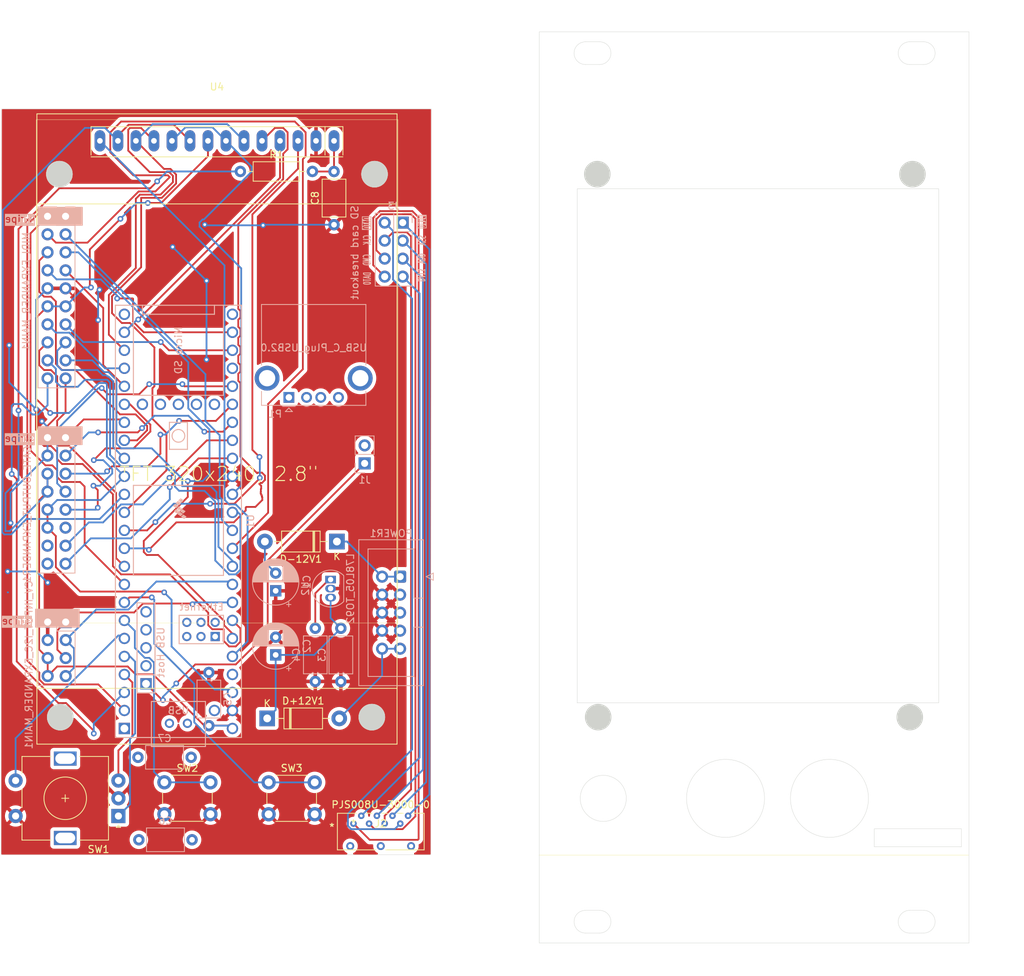
<source format=kicad_pcb>
(kicad_pcb (version 20221018) (generator pcbnew)
  (layers (0 "F.Cu" signal) (31 "B.Cu" signal) (34 "B.Paste" user) (35 "F.Paste" user) (36 "B.SilkS" user "B.Silkscreen") (37 "F.SilkS" user "F.Silkscreen") (38 "B.Mask" user) (39 "F.Mask" user) (44 "Edge.Cuts" user))
  (net 0 "")
  (net 1 "+5V")
  (net 2 "GND")
  (net 3 "+12V")
  (net 4 "Net-(U2-VO)")
  (net 5 "+3V3")
  (net 6 "Gate SPI MOSI")
  (net 7 "Gate SPI MISO")
  (net 8 "External CS1")
  (net 9 "External CS2")
  (net 10 "Gate SPI SCK")
  (net 12 "INT_1")
  (net 14 "INT_2")
  (net 15 "Net-(U4-VCC)")
  (net 16 "Net-(U1-3_LRCLK2)")
  (net 17 "Net-(U1-2_OUT2)")
  (net 18 "Net-(U1-5_IN2)")
  (net 19 "Net-(U1-6_OUT1D)")
  (net 20 "i2c SCL")
  (net 21 "i2c SDA")
  (net 22 "Net-(J2-CD{slash}DAT3)")
  (net 23 "Net-(J2-CLK)")
  (net 25 "Net-(P1-GND-PadA1)")
  (net 26 "Net-(P1-D+)")
  (net 27 "Net-(P1-D-)")
  (net 30 "Touch IRQ")
  (net 31 "MIDI_5_RX")
  (net 32 "MIDI_5_TX")
  (net 33 "MIDI_4_TX")
  (net 34 "MIDI_4_RX")
  (net 35 "MIDI_3_RX")
  (net 36 "MIDI_3_TX")
  (net 38 "MIDI_1_RX")
  (net 39 "MIDI_1_TX")
  (net 40 "Net-(U1-4_BCLK2)")
  (net 41 "MIDI_2_RX")
  (net 42 "MIDI_2_TX")
  (net 43 "TFT DC")
  (net 44 "TFT CS")
  (net 45 "TFT SPI MOSI")
  (net 46 "TFT SPI MISO")
  (net 47 "TFT Reset")
  (net 48 "Touch CS")
  (net 49 "MIDI_8_TX")
  (net 50 "MIDI_8_RX")
  (net 51 "MIDI_7_TX")
  (net 54 "MIDI_6_TX")
  (net 55 "MIDI_7_RX")
  (net 57 "Net-(J1-Pin_1)")
  (net 58 "MIDI_6_RX")
  (net 72 "Net-(J1-Pin_2)")
  (net 73 "TFT SPI SCK")
  (net 74 "Net-(J2-DAT2)")
  (net 75 "Net-(J2-CMD)")
  (net 76 "Net-(J2-VDD)")
  (net 77 "Net-(J2-VSS)")
  (net 78 "Net-(J2-DAT0)")
  (net 79 "Net-(J2-DAT1)")
  (net 84 "-12V")
  (net 85 "Net-(D+12V1-A)")
  (net 86 "Net-(D-12V1-K)")
  (footprint "Button_Switch_THT:SW_PUSH_6mm_H13mm" (layer "F.Cu") (at 81.4044 129.164)
    (fp_text reference "SW3")
    (fp_text value "SW_Push_Select")
  )
  (footprint "Capacitor_THT:C_Axial_L5.1mm_D3.1mm_P7.50mm_Horizontal" (layer "F.Cu") (at 90.6272 50.5114 90)
    (fp_text reference "C8")
    (fp_text value "C_Small")
  )
  (footprint "Diode_THT:D_DO-41_SOD81_P10.16mm_Horizontal" (layer "F.Cu") (at 81.2038 120.142)
    (fp_text reference "D+12V1")
    (fp_text value "1N5817")
  )
  (footprint "Button_Switch_THT:SW_PUSH_6mm_H13mm" (layer "F.Cu") (at 66.7002 129.1548)
    (fp_text reference "SW2")
    (fp_text value "SW_Push_Back")
  )
  (footprint "Diode_THT:D_DO-41_SOD81_P10.16mm_Horizontal" (layer "F.Cu") (at 91.0336 95.1992 180)
    (fp_text reference "D-12V1")
    (fp_text value "1N5817")
  )
  (footprint "doctea:RotaryEncoder_Alps_EC11E-Switch_Vertical_H20mm" (layer "F.Cu") (at 60.217111 133.908399 180)
    (fp_text reference "SW1")
    (fp_text value "Rotary_Encoder_Switch")
  )
  (footprint "ili9341:TFT-320x240" (layer "F.Cu") (at 74.1172 38.6842 180)
    (fp_text reference "U4")
    (fp_text value "TFT_320x240")
  )
  (footprint "Resistor_THT:R_Axial_DIN0207_L6.3mm_D2.5mm_P10.16mm_Horizontal" (layer "F.Cu") (at 77.4192 43.0022)
    (fp_text reference "R1")
    (fp_text value "100R")
  )
  (footprint "footprints:PJS008U-3000-0" (layer "F.Cu") (at 93.3704 134.980599)
    (fp_text reference "J2")
    (fp_text value "PJS008U-3000-0")
  )
  (footprint "Connector_PinHeader_2.54mm:PinHeader_2x10_P2.54mm_Vertical" (layer "B.Cu") (at 52.762162 49.3268 180)
    (fp_text reference "MIDI_EXPANDER_MAIN1")
    (fp_text value "20 pin header")
  )
  (footprint "Connector_PinHeader_2.54mm:PinHeader_1x02_P2.54mm_Vertical" (layer "B.Cu") (at 94.9452 84.1756)
    (fp_text reference "J1")
    (fp_text value "USB power")
  )
  (footprint "Package_TO_SOT_THT:TO-92_Inline" (layer "B.Cu") (at 90.1446 100.5586 -90)
    (fp_text reference "U2")
    (fp_text value "L78L05_TO92")
  )
  (footprint "Capacitor_THT:C_Axial_L5.1mm_D3.1mm_P7.50mm_Horizontal" (layer "B.Cu") (at 70.4758 125.6284 180)
    (fp_text reference "C7")
    (fp_text value "C_Small")
  )
  (footprint "teensy:Teensy41" (layer "B.Cu") (at 68.6816 92.3544 90)
    (fp_text reference "U1")
    (fp_text value "Teensy4.1")
  )
  (footprint "Capacitor_THT:C_Axial_L5.1mm_D3.1mm_P7.50mm_Horizontal" (layer "B.Cu") (at 70.6028 137.2616 180)
    (fp_text reference "C6")
    (fp_text value "C_Small")
  )
  (footprint "Capacitor_THT:C_Axial_L5.1mm_D3.1mm_P7.50mm_Horizontal" (layer "B.Cu") (at 87.9856 107.4258 -90)
    (fp_text reference "C4")
    (fp_text value "C_Small")
  )
  (footprint "Connector_PinHeader_2.54mm:PinHeader_2x04_P2.54mm_Vertical" (layer "B.Cu") (at 52.7812 106.553 180)
    (fp_text reference "CV_INPUT_I2C_EXPANDER_MAIN1")
    (fp_text value "8 pin header")
  )
  (footprint "Capacitor_THT:CP_Radial_D6.3mm_P2.50mm" (layer "B.Cu") (at 82.3976 111.1866 90)
    (fp_text reference "C2")
    (fp_text value "C_Polarized_Small")
  )
  (footprint "Capacitor_THT:C_Axial_L5.1mm_D3.1mm_P7.50mm_Horizontal" (layer "B.Cu") (at 91.5924 107.435 -90)
    (fp_text reference "C3")
    (fp_text value "C_Small")
  )
  (footprint "Connector_IDC:IDC-Header_2x05_P2.54mm_Vertical" (layer "B.Cu") (at 99.949 100.1522 180)
    (fp_text reference "POWER1")
    (fp_text value "Eurorack power header")
  )
  (footprint "Connector_PinHeader_2.54mm:PinHeader_2x04_P2.54mm_Vertical" (layer "B.Cu") (at 100.31415 50.2158 180)
    (fp_text reference "J3")
    (fp_text value "SD card breakout")
  )
  (footprint "Capacitor_THT:C_Axial_L5.1mm_D3.1mm_P7.50mm_Horizontal" (layer "B.Cu") (at 72.9742 121.165 90)
    (fp_text reference "C5")
    (fp_text value "C_Small")
  )
  (footprint "Connector_PinHeader_2.54mm:PinHeader_2x08_P2.54mm_Vertical" (layer "B.Cu") (at 52.7558 80.5434 180)
    (fp_text reference "GATE_OUTPUT_EXPANDER1")
    (fp_text value "16 pin header")
  )
  (footprint "Capacitor_THT:CP_Radial_D6.3mm_P2.50mm" (layer "B.Cu") (at 82.3976 102.148451 90)
    (fp_text reference "C1")
    (fp_text value "C_Polarized_Small")
  )
  (footprint "Connector_USB:USB_A_CONNFLY_DS1095-WNR0" (layer "B.Cu") (at 84.257 74.8663)
    (fp_text reference "P1")
    (fp_text value "USB_C_Plug_USB2.0")
  )
  (gr_rect (start 48.9285 78.994) (end 55.1099 81.534) (stroke (width 0.12)) (fill solid) (layer "B.SilkS"))
  (gr_rect (start 48.9539 48.0568) (end 55.1353 50.5968) (stroke (width 0.12)) (fill solid) (layer "B.SilkS"))
  (gr_rect (start 48.5221 104.7404) (end 54.7035 107.2804) (stroke (width 0.12)) (fill solid) (layer "B.SilkS"))
  (gr_line (start 119.5346 139.4206) (end 180.1346 139.4206) (stroke (width 0.05)) (layer "F.SilkS"))
  (gr_rect (start 48.6426 35.687) (end 99.6426 106.687) (stroke (width 0.05)) (fill none) (layer "F.SilkS"))
  (gr_line (start 128.0832 147.2172) (end 126.0832 147.2172) (stroke (width 0.05)) (layer "Edge.Cuts"))
  (gr_line (start 128.0832 24.7172) (end 126.0832 24.7172) (stroke (width 0.05)) (layer "Edge.Cuts"))
  (gr_circle (center 127.7622 43.3832) (end 129.6122 43.3832) (stroke (width 0.05)) (fill solid) (layer "Edge.Cuts"))
  (gr_line (start 173.8032 24.7172) (end 171.8032 24.7172) (stroke (width 0.05)) (layer "Edge.Cuts"))
  (gr_arc (start 128.0832 24.7172) (mid 129.6832 26.3172) (end 128.0832 27.9172) (stroke (width 0.05)) (layer "Edge.Cuts"))
  (gr_line (start 104.2648 139.3698) (end 104.3388 34.1884) (stroke (width 0.05)) (layer "Edge.Cuts"))
  (gr_arc (start 126.0832 150.4172) (mid 124.4832 148.8172) (end 126.0832 147.2172) (stroke (width 0.05)) (layer "Edge.Cuts"))
  (gr_line (start 171.8032 27.9172) (end 173.8032 27.9172) (stroke (width 0.05)) (layer "Edge.Cuts"))
  (gr_circle (center 172.2122 43.3832) (end 174.0622 43.3832) (stroke (width 0.05)) (fill solid) (layer "Edge.Cuts"))
  (gr_line (start 119.5832 151.8172) (end 180.1832 151.8172) (stroke (width 0.05)) (layer "Edge.Cuts"))
  (gr_rect (start 166.8272 135.7122) (end 179.1208 138.2522) (stroke (width 0.05)) (fill none) (layer "Edge.Cuts"))
  (gr_line (start 171.8032 150.4172) (end 173.8032 150.4172) (stroke (width 0.05)) (layer "Edge.Cuts"))
  (gr_line (start 173.8032 147.2172) (end 171.8032 147.2172) (stroke (width 0.05)) (layer "Edge.Cuts"))
  (gr_arc (start 173.8032 147.2172) (mid 175.4032 148.8172) (end 173.8032 150.4172) (stroke (width 0.05)) (layer "Edge.Cuts"))
  (gr_line (start 180.1832 151.8172) (end 180.1832 23.3172) (stroke (width 0.05)) (layer "Edge.Cuts"))
  (gr_arc (start 126.0832 27.9172) (mid 124.4832 26.3172) (end 126.0832 24.7172) (stroke (width 0.05)) (layer "Edge.Cuts"))
  (gr_circle (center 128.6004 131.4196) (end 131.8504 131.4196) (stroke (width 0.05)) (fill none) (layer "Edge.Cuts"))
  (gr_circle (center 51.8922 43.3832) (end 53.7422 43.3832) (stroke (width 0.05)) (fill solid) (layer "Edge.Cuts"))
  (gr_line (start 119.5832 23.3172) (end 119.5832 151.8172) (stroke (width 0.05)) (layer "Edge.Cuts"))
  (gr_circle (center 145.8456 131.4196) (end 151.3456 131.4196) (stroke (width 0.05)) (fill none) (layer "Edge.Cuts"))
  (gr_line (start 126.0832 150.4172) (end 128.0832 150.4172) (stroke (width 0.05)) (layer "Edge.Cuts"))
  (gr_line (start 180.1832 23.3172) (end 119.5832 23.3172) (stroke (width 0.05)) (layer "Edge.Cuts"))
  (gr_circle (center 160.5028 131.4196) (end 166.0028 131.4196) (stroke (width 0.05)) (fill none) (layer "Edge.Cuts"))
  (gr_circle (center 127.885 119.9642) (end 129.735 119.9642) (stroke (width 0.05)) (fill solid) (layer "Edge.Cuts"))
  (gr_line (start 43.7388 34.1884) (end 43.6648 139.3698) (stroke (width 0.05)) (layer "Edge.Cuts"))
  (gr_circle (center 96.3422 43.3832) (end 98.1922 43.3832) (stroke (width 0.05)) (fill solid) (layer "Edge.Cuts"))
  (gr_arc (start 128.0832 147.2172) (mid 129.6832 148.8172) (end 128.0832 150.4172) (stroke (width 0.05)) (layer "Edge.Cuts"))
  (gr_circle (center 52.015 119.9642) (end 53.865 119.9642) (stroke (width 0.05)) (fill solid) (layer "Edge.Cuts"))
  (gr_rect (start 124.9188 45.4488) (end 175.9188 117.9488) (stroke (width 0.05)) (fill none) (layer "Edge.Cuts"))
  (gr_circle (center 95.9612 119.9642) (end 97.8112 119.9642) (stroke (width 0.05)) (fill solid) (layer "Edge.Cuts"))
  (gr_line (start 104.3388 34.1884) (end 43.7388 34.1884) (stroke (width 0.05)) (layer "Edge.Cuts"))
  (gr_arc (start 171.8032 27.9172) (mid 170.2032 26.3172) (end 171.8032 24.7172) (stroke (width 0.05)) (layer "Edge.Cuts"))
  (gr_arc (start 171.8032 150.4172) (mid 170.2032 148.8172) (end 171.8032 147.2172) (stroke (width 0.05)) (layer "Edge.Cuts"))
  (gr_circle (center 171.8312 119.9642) (end 173.6812 119.9642) (stroke (width 0.05)) (fill solid) (layer "Edge.Cuts"))
  (gr_arc (start 173.8032 24.7172) (mid 175.4032 26.3172) (end 173.8032 27.9172) (stroke (width 0.05)) (layer "Edge.Cuts"))
  (gr_line (start 126.0832 27.9172) (end 128.0832 27.9172) (stroke (width 0.05)) (layer "Edge.Cuts"))
  (gr_line (start 43.6648 139.3698) (end 104.2648 139.3698) (stroke (width 0.05)) (layer "Edge.Cuts"))
  (gr_text "CLK" (at 95.885 51.8922 90) (layer "B.SilkS") (effects (font (size 1 0.5) (thickness 0.125)) (justify left bottom mirror)))
  (gr_text "DAT3" (at 102.3112 58.6232 270) (layer "B.SilkS") (effects (font (size 1 0.5) (thickness 0.125)) (justify left bottom mirror)))
  (gr_text "stripe" (at 48.5221 81.2292) (layer "B.SilkS" knockout) (effects (font (size 1 1)) (justify left bottom mirror)))
  (gr_text "VDD" (at 102.3366 56.0832 270) (layer "B.SilkS") (effects (font (size 1 0.5) (thickness 0.125)) (justify left bottom mirror)))
  (gr_text "VSS" (at 102.4128 53.4924 270) (layer "B.SilkS") (effects (font (size 1 0.5) (thickness 0.125)) (justify left bottom mirror)))
  (gr_text "DAT0" (at 95.8596 49.3014 90) (layer "B.SilkS" knockout) (effects (font (size 1 0.5) (thickness 0.125)) (justify left bottom mirror)))
  (gr_text "CMD" (at 95.8596 54.61 90) (layer "B.SilkS") (effects (font (size 1 0.5) (thickness 0.125)) (justify left bottom mirror)))
  (gr_text "DAT0" (at 95.9104 57.1246 90) (layer "B.SilkS") (effects (font (size 1 0.5) (thickness 0.125)) (justify left bottom mirror)))
  (gr_text "stripe" (at 48.1157 106.9756) (layer "B.SilkS" knockout) (effects (font (size 1 1)) (justify left bottom mirror)))
  (gr_text "DAT1\n" (at 102.3874 51.054 270) (layer "B.SilkS" knockout) (effects (font (size 1 0.5) (thickness 0.125)) (justify left bottom mirror)))
  (gr_text "stripe" (at 48.5475 50.292) (layer "B.SilkS" knockout) (effects (font (size 1 1)) (justify left bottom mirror)))
  (segment (start 44.6532 102.362) (end 44.6024 102.362) (width 0.25) (layer "B.Cu") (net 0))
  (segment (start 61.527591 112.8194) (end 51.5948 112.8194) (width 0.25) (layer "F.Cu") (net 1))
  (segment (start 46.1264 76.708) (end 46.1264 51.125171) (width 0.25) (layer "F.Cu") (net 1))
  (segment (start 72.334343 121.165) (end 65.097752 113.928409) (width 0.25) (layer "F.Cu") (net 1))
  (segment (start 50.2412 111.633) (end 49.0408 110.4326) (width 0.25) (layer "F.Cu") (net 1))
  (segment (start 76.6826 121.158) (end 72.9812 121.158) (width 0.25) (layer "F.Cu") (net 1))
  (segment (start 51.5948 112.8194) (end 50.2412 114.173) (width 0.25) (layer "F.Cu") (net 1))
  (segment (start 49.0408 110.4326) (end 49.0408 89.3384) (width 0.25) (layer "F.Cu") (net 1))
  (segment (start 65.097752 113.928409) (end 62.6366 113.928409) (width 0.25) (layer "F.Cu") (net 1))
  (segment (start 49.0408 89.3384) (end 50.2158 88.1634) (width 0.25) (layer "F.Cu") (net 1))
  (segment (start 72.9742 121.165) (end 72.334343 121.165) (width 0.25) (layer "F.Cu") (net 1))
  (segment (start 62.6366 113.928409) (end 61.527591 112.8194) (width 0.25) (layer "F.Cu") (net 1))
  (segment (start 51.879959 45.371612) (end 64.711988 45.371612) (width 0.25) (layer "F.Cu") (net 1))
  (segment (start 46.1264 51.125171) (end 51.879959 45.371612) (width 0.25) (layer "F.Cu") (net 1))
  (segment (start 64.711988 45.371612) (end 65.6844 44.3992) (width 0.25) (layer "F.Cu") (net 1))
  (segment (start 50.2412 114.173) (end 50.2412 111.633) (width 0.25) (layer "F.Cu") (net 1))
  (segment (start 50.2158 88.1634) (end 50.2158 85.6234) (width 0.25) (layer "F.Cu") (net 1))
  (via (at 65.6844 44.3992) (size 0.8) (drill 0.4) (layers "F.Cu" "B.Cu") (net 1))
  (via (at 46.1264 76.708) (size 0.8) (drill 0.4) (layers "F.Cu" "B.Cu") (net 1))
  (segment (start 65.6844 44.3992) (end 67.0814 43.0022) (width 0.25) (layer "B.Cu") (net 1))
  (segment (start 72.9742 121.165) (end 75.9022 121.165) (width 0.25) (layer "B.Cu") (net 1))
  (segment (start 50.2158 88.39269) (end 44.890073 93.718417) (width 0.25) (layer "B.Cu") (net 1))
  (segment (start 50.2158 85.6234) (end 50.2158 88.39269) (width 0.25) (layer "B.Cu") (net 1))
  (segment (start 44.890073 93.718417) (end 44.281419 93.718417) (width 0.25) (layer "B.Cu") (net 1))
  (segment (start 67.0814 43.0022) (end 77.4192 43.0022) (width 0.25) (layer "B.Cu") (net 1))
  (segment (start 46.1264 86.53711) (end 46.1264 76.708) (width 0.25) (layer "B.Cu") (net 1))
  (segment (start 44.281419 93.718417) (end 44.285176 88.378334) (width 0.25) (layer "B.Cu") (net 1))
  (segment (start 75.9022 121.165) (end 76.3016 121.5644) (width 0.25) (layer "B.Cu") (net 1))
  (segment (start 44.285176 88.378334) (end 46.1264 86.53711) (width 0.25) (layer "B.Cu") (net 1))
  (segment (start 44.6024 92.981483) (end 44.6024 99.4156) (width 0.25) (layer "F.Cu") (net 2))
  (segment (start 49.276 78.232) (end 49.4284 78.232) (width 0.25) (layer "F.Cu") (net 2))
  (segment (start 69.2404 53.6448) (end 67.8688 53.6448) (width 0.25) (layer "F.Cu") (net 2))
  (segment (start 48.6156 77.5716) (end 49.276 78.232) (width 0.25) (layer "F.Cu") (net 2))
  (segment (start 72.39 50.4952) (end 69.2404 53.6448) (width 0.25) (layer "F.Cu") (net 2))
  (segment (start 52.762162 59.4868) (end 50.222162 59.4868) (width 0.25) (layer "F.Cu") (net 2))
  (segment (start 57.3532 63.9572) (end 57.232562 63.9572) (width 0.25) (layer "F.Cu") (net 2))
  (segment (start 57.232562 63.9572) (end 52.762162 59.4868) (width 0.25) (layer "F.Cu") (net 2))
  (segment (start 45.006722 92.577161) (end 44.6024 92.981483) (width 0.25) (layer "F.Cu") (net 2))
  (segment (start 48.6156 76.5556) (end 48.6156 77.5716) (width 0.25) (layer "F.Cu") (net 2))
  (segment (start 50.2412 106.553) (end 50.2412 100.9904) (width 0.25) (layer "F.Cu") (net 2))
  (via (at 49.4284 78.232) (size 0.8) (drill 0.4) (layers "F.Cu" "B.Cu") (net 2))
  (via (at 48.6156 76.5556) (size 0.8) (drill 0.4) (layers "F.Cu" "B.Cu") (net 2))
  (via (at 72.644 58.42) (size 0.8) (drill 0.4) (layers "F.Cu" "B.Cu") (net 2))
  (via (at 44.6024 99.4156) (size 0.8) (drill 0.4) (layers "F.Cu" "B.Cu") (net 2))
  (via (at 44.8056 67.5132) (size 0.8) (drill 0.4) (layers "F.Cu" "B.Cu") (net 2))
  (via (at 80.6196 50.5968) (size 0.8) (drill 0.4) (layers "F.Cu" "B.Cu") (net 2))
  (via (at 57.3532 63.9572) (size 0.8) (drill 0.4) (layers "F.Cu" "B.Cu") (net 2))
  (via (at 57.5564 59.69) (size 0.8) (drill 0.4) (layers "F.Cu" "B.Cu") (net 2))
  (via (at 50.2412 100.9904) (size 0.8) (drill 0.4) (layers "F.Cu" "B.Cu") (net 2))
  (via (at 67.8688 53.6448) (size 0.8) (drill 0.4) (layers "F.Cu" "B.Cu") (net 2))
  (via (at 72.39 50.4952) (size 0.8) (drill 0.4) (layers "F.Cu" "B.Cu") (net 2))
  (via (at 45.006722 92.577161) (size 0.8) (drill 0.4) (layers "F.Cu" "B.Cu") (net 2))
  (via (at 72.644 69.5452) (size 0.8) (drill 0.4) (layers "F.Cu" "B.Cu") (net 2))
  (segment (start 48.6156 76.5556) (end 44.8056 72.7456) (width 0.25) (layer "B.Cu") (net 2))
  (segment (start 72.4916 50.5968) (end 72.39 50.4952) (width 0.25) (layer "B.Cu") (net 2))
  (segment (start 57.3532 59.8932) (end 57.5564 59.69) (width 0.25) (layer "B.Cu") (net 2))
  (segment (start 44.8056 72.7456) (end 44.8056 67.5132) (width 0.25) (layer "B.Cu") (net 2))
  (segment (start 49.4284 78.232) (end 50.2158 79.0194) (width 0.25) (layer "B.Cu") (net 2))
  (segment (start 50.2412 100.9904) (end 48.6664 99.4156) (width 0.25) (layer "B.Cu") (net 2))
  (segment (start 50.2158 83.0834) (end 50.2158 80.5434) (width 0.25) (layer "B.Cu") (net 2))
  (segment (start 50.222162 59.4868) (end 48.6156 61.093362) (width 0.25) (layer "B.Cu") (net 2))
  (segment (start 50.2158 79.0194) (end 50.2158 80.5434) (width 0.25) (layer "B.Cu") (net 2))
  (segment (start 67.8688 53.6448) (end 72.644 58.42) (width 0.25) (layer "B.Cu") (net 2))
  (segment (start 80.6196 50.5968) (end 72.4916 50.5968) (width 0.25) (layer "B.Cu") (net 2))
  (segment (start 90.6272 50.5114) (end 80.705 50.5114) (width 0.25) (layer "B.Cu") (net 2))
  (segment (start 57.3532 63.9572) (end 57.3532 59.8932) (width 0.25) (layer "B.Cu") (net 2))
  (segment (start 48.6156 61.093362) (end 48.6156 76.5556) (width 0.25) (layer "B.Cu") (net 2))
  (segment (start 48.6664 99.4156) (end 44.6024 99.4156) (width 0.25) (layer "B.Cu") (net 2))
  (segment (start 80.705 50.5114) (end 80.6196 50.5968) (width 0.25) (layer "B.Cu") (net 2))
  (segment (start 45.006722 88.292478) (end 45.006722 92.577161) (width 0.25) (layer "B.Cu") (net 2))
  (segment (start 50.2158 83.0834) (end 45.006722 88.292478) (width 0.25) (layer "B.Cu") (net 2))
  (segment (start 72.644 58.42) (end 72.644 69.5452) (width 0.25) (layer "B.Cu") (net 2))
  (segment (start 82.3976 111.1866) (end 87.8408 111.1866) (width 0.25) (layer "B.Cu") (net 3))
  (segment (start 82.3976 111.1866) (end 82.3976 118.9482) (width 0.25) (layer "B.Cu") (net 3))
  (segment (start 82.3976 118.9482) (end 81.2038 120.142) (width 0.25) (layer "B.Cu") (net 3))
  (segment (start 90.1446 105.9872) (end 91.5924 107.435) (width 0.25) (layer "B.Cu") (net 3))
  (segment (start 87.8408 111.1866) (end 91.5924 107.435) (width 0.25) (layer "B.Cu") (net 3))
  (segment (start 90.1446 103.0986) (end 90.1446 105.9872) (width 0.25) (layer "B.Cu") (net 3))
  (segment (start 87.9856 102.4926) (end 89.9196 100.5586) (width 0.25) (layer "F.Cu") (net 4))
  (segment (start 89.9196 100.5586) (end 90.1446 100.5586) (width 0.25) (layer "F.Cu") (net 4))
  (segment (start 87.9856 107.4258) (end 87.9856 102.4926) (width 0.25) (layer "F.Cu") (net 4))
  (segment (start 66.248545 47.444615) (end 64.3636 47.444615) (width 0.25) (layer "F.Cu") (net 5))
  (segment (start 56.1848 59.206262) (end 56.343414 59.364876) (width 0.25) (layer "F.Cu") (net 5))
  (segment (start 48.597661 75.064461) (end 50.5968 77.0636) (width 0.25) (layer "F.Cu") (net 5))
  (segment (start 51.3908 94.4184) (end 50.2158 93.2434) (width 0.25) (layer "F.Cu") (net 5))
  (segment (start 66.566 102.253) (end 54.833699 102.253) (width 0.25) (layer "F.Cu") (net 5))
  (segment (start 54.833699 102.253) (end 51.3908 98.810101) (width 0.25) (layer "F.Cu") (net 5))
  (segment (start 50.2158 93.2434) (end 50.2158 90.7034) (width 0.25) (layer "F.Cu") (net 5))
  (segment (start 50.222162 62.0268) (end 48.597661 63.651301) (width 0.25) (layer "F.Cu") (net 5))
  (segment (start 56.1848 54.0004) (end 56.1848 59.206262) (width 0.25) (layer "F.Cu") (net 5))
  (segment (start 72.8472 38.6842) (end 72.8472 40.84596) (width 0.25) (layer "F.Cu") (net 5))
  (segment (start 51.3908 98.810101) (end 51.3908 94.4184) (width 0.25) (layer "F.Cu") (net 5))
  (segment (start 48.597661 63.651301) (end 48.597661 75.064461) (width 0.25) (layer "F.Cu") (net 5))
  (segment (start 60.5028 49.6824) (end 56.1848 54.0004) (width 0.25) (layer "F.Cu") (net 5))
  (segment (start 72.8472 40.84596) (end 66.248545 47.444615) (width 0.25) (layer "F.Cu") (net 5))
  (segment (start 66.675 102.362) (end 66.566 102.253) (width 0.25) (layer "F.Cu") (net 5))
  (via (at 66.675 102.362) (size 0.8) (drill 0.4) (layers "F.Cu" "B.Cu") (net 5))
  (via (at 56.343414 59.364876) (size 0.8) (drill 0.4) (layers "F.Cu" "B.Cu") (net 5))
  (via (at 60.5028 49.6824) (size 0.8) (drill 0.4) (layers "F.Cu" "B.Cu") (net 5))
  (via (at 50.5968 77.0636) (size 0.8) (drill 0.4) (layers "F.Cu" "B.Cu") (net 5))
  (via (at 64.3636 47.444615) (size 0.8) (drill 0.4) (layers "F.Cu" "B.Cu") (net 5))
  (segment (start 67.7164 103.4288) (end 66.675 102.3874) (width 0.25) (layer "B.Cu") (net 5))
  (segment (start 53.24991 77.0636) (end 57.47961 72.8339) (width 0.25) (layer "B.Cu") (net 5))
  (segment (start 58.944778 83.581398) (end 58.995578 83.581398) (width 0.25) (layer "B.Cu") (net 5))
  (segment (start 59.573002 84.158822) (end 59.573002 84.515802) (width 0.25) (layer "B.Cu") (net 5))
  (segment (start 58.588097 73.006699) (end 58.588097 83.224717) (width 0.25) (layer "B.Cu") (net 5))
  (segment (start 66.6496 102.362) (end 66.675 102.3874) (width 0.25) (layer "B.Cu") (net 5))
  (segment (start 52.762162 62.0268) (end 50.222162 62.0268) (width 0.25) (layer "B.Cu") (net 5))
  (segment (start 59.573002 84.515802) (end 61.0616 86.0044) (width 0.25) (layer "B.Cu") (net 5))
  (segment (start 61.4426 85.598) (end 57.7022 89.3384) (width 0.25) (layer "B.Cu") (net 5))
  (segment (start 62.740585 47.444615) (end 64.3636 47.444615) (width 0.25) (layer "B.Cu") (net 5))
  (segment (start 50.5968 77.0636) (end 53.24991 77.0636) (width 0.25) (layer "B.Cu") (net 5))
  (segment (start 57.7022 89.3384) (end 51.5808 89.3384) (width 0.25) (layer "B.Cu") (net 5))
  (segment (start 58.588097 83.224717) (end 58.944778 83.581398) (width 0.25) (layer "B.Cu") (net 5))
  (segment (start 76.6826 116.078) (end 73.796209 116.078) (width 0.25) (layer "B.Cu") (net 5))
  (segment (start 57.47961 72.8339) (end 58.415298 72.8339) (width 0.25) (layer "B.Cu") (net 5))
  (segment (start 60.5028 49.6824) (end 62.740585 47.444615) (width 0.25) (layer "B.Cu") (net 5))
  (segment (start 58.995578 83.581398) (end 59.573002 84.158822) (width 0.25) (layer "B.Cu") (net 5))
  (segment (start 66.675 102.3874) (end 66.675 102.362) (width 0.25) (layer "B.Cu") (net 5))
  (segment (start 73.796209 116.078) (end 67.7164 109.998191) (width 0.25) (layer "B.Cu") (net 5))
  (segment (start 67.7164 109.998191) (end 67.7164 103.4288) (width 0.25) (layer "B.Cu") (net 5))
  (segment (start 55.424086 59.364876) (end 56.343414 59.364876) (width 0.25) (layer "B.Cu") (net 5))
  (segment (start 51.5808 89.3384) (end 50.2158 90.7034) (width 0.25) (layer "B.Cu") (net 5))
  (segment (start 52.762162 62.0268) (end 55.424086 59.364876) (width 0.25) (layer "B.Cu") (net 5))
  (segment (start 58.415298 72.8339) (end 58.588097 73.006699) (width 0.25) (layer "B.Cu") (net 5))
  (segment (start 66.675 102.362) (end 66.6496 102.362) (width 0.25) (layer "B.Cu") (net 5))
  (segment (start 55.3212 77.978) (end 52.7558 80.5434) (width 0.25) (layer "F.Cu") (net 6))
  (segment (start 61.4426 77.978) (end 55.3212 77.978) (width 0.25) (layer "F.Cu") (net 6))
  (segment (start 72.3392 79.7052) (end 74.9808 79.7052) (width 0.25) (layer "F.Cu") (net 7))
  (segment (start 57.3606 79.7994) (end 62.9486 79.7994) (width 0.25) (layer "F.Cu") (net 7))
  (segment (start 74.9808 79.7052) (end 76.3016 78.3844) (width 0.25) (layer "F.Cu") (net 7))
  (segment (start 57.3532 79.8068) (end 57.3606 79.7994) (width 0.25) (layer "F.Cu") (net 7))
  (segment (start 62.9486 79.7994) (end 63.5508 79.1972) (width 0.25) (layer "F.Cu") (net 7))
  (via (at 57.3532 79.8068) (size 0.8) (drill 0.4) (layers "F.Cu" "B.Cu") (net 7))
  (via (at 72.3392 79.7052) (size 0.8) (drill 0.4) (layers "F.Cu" "B.Cu") (net 7))
  (via (at 63.5508 79.1972) (size 0.8) (drill 0.4) (layers "F.Cu" "B.Cu") (net 7))
  (segment (start 65.293438 77.454562) (end 70.088562 77.454562) (width 0.25) (layer "B.Cu") (net 7))
  (segment (start 52.7558 83.0834) (end 56.0324 79.8068) (width 0.25) (layer "B.Cu") (net 7))
  (segment (start 56.0324 79.8068) (end 57.3532 79.8068) (width 0.25) (layer "B.Cu") (net 7))
  (segment (start 70.088562 77.454562) (end 72.3392 79.7052) (width 0.25) (layer "B.Cu") (net 7))
  (segment (start 63.5508 79.1972) (end 65.293438 77.454562) (width 0.25) (layer "B.Cu") (net 7))
  (segment (start 59.327 84.5894) (end 64.357591 84.5894) (width 0.25) (layer "F.Cu") (net 8))
  (segment (start 66.1416 82.805391) (end 66.1416 80.1116) (width 0.25) (layer "F.Cu") (net 8))
  (segment (start 73.966438 78.179562) (end 68.77624 78.179562) (width 0.25) (layer "F.Cu") (net 8))
  (segment (start 76.3016 75.8444) (end 73.966438 78.179562) (width 0.25) (layer "F.Cu") (net 8))
  (segment (start 64.357591 84.5894) (end 66.1416 82.805391) (width 0.25) (layer "F.Cu") (net 8))
  (segment (start 58.6232 85.2932) (end 59.327 84.5894) (width 0.25) (layer "F.Cu") (net 8))
  (via (at 66.1416 80.1116) (size 0.8) (drill 0.4) (layers "F.Cu" "B.Cu") (net 8))
  (via (at 68.77624 78.179562) (size 0.8) (drill 0.4) (layers "F.Cu" "B.Cu") (net 8))
  (via (at 58.6232 85.2932) (size 0.8) (drill 0.4) (layers "F.Cu" "B.Cu") (net 8))
  (segment (start 52.7558 85.6234) (end 58.293 85.6234) (width 0.25) (layer "B.Cu") (net 8))
  (segment (start 66.844202 80.1116) (end 68.77624 78.179562) (width 0.25) (layer "B.Cu") (net 8))
  (segment (start 58.293 85.6234) (end 58.6232 85.2932) (width 0.25) (layer "B.Cu") (net 8))
  (segment (start 66.1416 80.1116) (end 66.844202 80.1116) (width 0.25) (layer "B.Cu") (net 8))
  (segment (start 57.863597 73.5584) (end 58.734597 74.4294) (width 0.25) (layer "F.Cu") (net 9))
  (segment (start 69.2404 72.9996) (end 69.5452 73.3044) (width 0.25) (layer "F.Cu") (net 9))
  (segment (start 63.137 74.4294) (end 64.5668 72.9996) (width 0.25) (layer "F.Cu") (net 9))
  (segment (start 69.5452 73.3044) (end 76.3016 73.3044) (width 0.25) (layer "F.Cu") (net 9))
  (segment (start 58.734597 74.4294) (end 63.137 74.4294) (width 0.25) (layer "F.Cu") (net 9))
  (via (at 57.863597 73.5584) (size 0.8) (drill 0.4) (layers "F.Cu" "B.Cu") (net 9))
  (via (at 64.5668 72.9996) (size 0.8) (drill 0.4) (layers "F.Cu" "B.Cu") (net 9))
  (via (at 69.2404 72.9996) (size 0.8) (drill 0.4) (layers "F.Cu" "B.Cu") (net 9))
  (segment (start 51.5808 79.3684) (end 57.3908 73.5584) (width 0.25) (layer "B.Cu") (net 9))
  (segment (start 64.5668 72.9996) (end 69.2404 72.9996) (width 0.25) (layer "B.Cu") (net 9))
  (segment (start 51.5808 86.9884) (end 51.5808 79.3684) (width 0.25) (layer "B.Cu") (net 9))
  (segment (start 52.7558 88.1634) (end 51.5808 86.9884) (width 0.25) (layer "B.Cu") (net 9))
  (segment (start 57.3908 73.5584) (end 57.863597 73.5584) (width 0.25) (layer "B.Cu") (net 9))
  (segment (start 58.4126 82.0494) (end 62.358888 82.0494) (width 0.25) (layer "F.Cu") (net 10))
  (segment (start 62.358888 82.0494) (end 64.724801 79.683487) (width 0.25) (layer "F.Cu") (net 10))
  (segment (start 56.7436 83.7184) (end 58.4126 82.0494) (width 0.25) (layer "F.Cu") (net 10))
  (segment (start 57.3024 87.9348) (end 56.6928 87.3252) (width 0.25) (layer "F.Cu") (net 10))
  (segment (start 64.724801 79.683487) (end 64.724801 78.710913) (width 0.25) (layer "F.Cu") (net 10))
  (segment (start 61.858288 75.8444) (end 61.0616 75.8444) (width 0.25) (layer "F.Cu") (net 10))
  (segment (start 57.3024 90.424) (end 57.3024 87.9348) (width 0.25) (layer "F.Cu") (net 10))
  (segment (start 64.724801 78.710913) (end 61.858288 75.8444) (width 0.25) (layer "F.Cu") (net 10))
  (via (at 56.7436 83.7184) (size 0.8) (drill 0.4) (layers "F.Cu" "B.Cu") (net 10))
  (via (at 57.3024 90.424) (size 0.8) (drill 0.4) (layers "F.Cu" "B.Cu") (net 10))
  (via (at 56.6928 87.3252) (size 0.8) (drill 0.4) (layers "F.Cu" "B.Cu") (net 10))
  (segment (start 58.072998 83.7184) (end 56.7436 83.7184) (width 0.25) (layer "B.Cu") (net 10))
  (segment (start 56.6928 87.3252) (end 57.615798 87.3252) (width 0.25) (layer "B.Cu") (net 10))
  (segment (start 59.3477 85.593298) (end 59.3477 84.993102) (width 0.25) (layer "B.Cu") (net 10))
  (segment (start 57.615798 87.3252) (end 59.3477 85.593298) (width 0.25) (layer "B.Cu") (net 10))
  (segment (start 52.7558 90.7034) (end 57.023 90.7034) (width 0.25) (layer "B.Cu") (net 10))
  (segment (start 59.3477 84.993102) (end 58.072998 83.7184) (width 0.25) (layer "B.Cu") (net 10))
  (segment (start 57.023 90.7034) (end 57.3024 90.424) (width 0.25) (layer "B.Cu") (net 10))
  (segment (start 72.6948 80.9244) (end 76.3016 80.9244) (width 0.25) (layer "F.Cu") (net 12))
  (segment (start 67.4116 86.2076) (end 72.6948 80.9244) (width 0.25) (layer "F.Cu") (net 12))
  (via (at 67.4116 86.2076) (size 0.8) (drill 0.4) (layers "F.Cu" "B.Cu") (net 12))
  (segment (start 60.595609 89.9594) (end 63.6598 89.9594) (width 0.25) (layer "B.Cu") (net 12))
  (segment (start 58.055609 92.4994) (end 60.595609 89.9594) (width 0.25) (layer "B.Cu") (net 12))
  (segment (start 63.6598 89.9594) (end 67.4116 86.2076) (width 0.25) (layer "B.Cu") (net 12))
  (segment (start 56.0398 92.4994) (end 58.055609 92.4994) (width 0.25) (layer "B.Cu") (net 12))
  (segment (start 52.7558 95.7834) (end 56.0398 92.4994) (width 0.25) (layer "B.Cu") (net 12))
  (segment (start 71.5264 83.4644) (end 76.3016 83.4644) (width 0.25) (layer "F.Cu") (net 14))
  (segment (start 67.4624 87.5284) (end 71.5264 83.4644) (width 0.25) (layer "F.Cu") (net 14))
  (via (at 67.4624 87.5284) (size 0.8) (drill 0.4) (layers "F.Cu" "B.Cu") (net 14))
  (segment (start 52.7558 98.3234) (end 56.3298 94.7494) (width 0.25) (layer "B.Cu") (net 14))
  (segment (start 61.9686 94.7494) (end 67.4624 89.2556) (width 0.25) (layer "B.Cu") (net 14))
  (segment (start 56.3298 94.7494) (end 61.9686 94.7494) (width 0.25) (layer "B.Cu") (net 14))
  (segment (start 67.4624 89.2556) (end 67.4624 87.5284) (width 0.25) (layer "B.Cu") (net 14))
  (segment (start 90.6272 43.0114) (end 87.5884 43.0114) (width 0.25) (layer "F.Cu") (net 15))
  (segment (start 90.6272 38.6842) (end 90.6272 43.0114) (width 0.25) (layer "F.Cu") (net 15))
  (segment (start 60.217111 133.908399) (end 61.8508 132.27471) (width 0.25) (layer "B.Cu") (net 16))
  (segment (start 62.5676 122.283) (end 62.5676 112.123) (width 0.25) (layer "B.Cu") (net 16))
  (segment (start 62.5676 112.123) (end 61.4426 110.998) (width 0.25) (layer "B.Cu") (net 16))
  (segment (start 61.8508 132.27471) (end 61.8508 122.9998) (width 0.25) (layer "B.Cu") (net 16))
  (segment (start 61.8508 122.9998) (end 62.5676 122.283) (width 0.25) (layer "B.Cu") (net 16))
  (segment (start 62.1866 122.6894) (end 62.1866 115.0694) (width 0.25) (layer "F.Cu") (net 17))
  (segment (start 60.217111 128.908399) (end 60.217111 124.658889) (width 0.25) (layer "F.Cu") (net 17))
  (segment (start 60.217111 124.658889) (end 62.1866 122.6894) (width 0.25) (layer "F.Cu") (net 17))
  (segment (start 62.1866 115.0694) (end 61.0616 113.9444) (width 0.25) (layer "F.Cu") (net 17))
  (segment (start 65.2374 112.259209) (end 64.578391 111.6002) (width 0.25) (layer "B.Cu") (net 18))
  (segment (start 62.5348 110.198591) (end 62.5348 107.7976) (width 0.25) (layer "B.Cu") (net 18))
  (segment (start 62.5348 107.7976) (end 61.0616 106.3244) (width 0.25) (layer "B.Cu") (net 18))
  (segment (start 64.578391 111.6002) (end 63.936409 111.6002) (width 0.25) (layer "B.Cu") (net 18))
  (segment (start 63.936409 111.6002) (end 62.5348 110.198591) (width 0.25) (layer "B.Cu") (net 18))
  (segment (start 65.2374 127.692) (end 65.2374 112.259209) (width 0.25) (layer "B.Cu") (net 18))
  (segment (start 66.7002 129.1548) (end 73.2002 129.1548) (width 0.25) (layer "B.Cu") (net 18))
  (segment (start 66.7002 129.1548) (end 65.2374 127.692) (width 0.25) (layer "B.Cu") (net 18))
  (segment (start 64.9224 103.0732) (end 61.7728 103.0732) (width 0.25) (layer "F.Cu") (net 19))
  (segment (start 61.7728 103.0732) (end 61.0616 103.7844) (width 0.25) (layer "F.Cu") (net 19))
  (via (at 64.9224 103.0732) (size 0.8) (drill 0.4) (layers "F.Cu" "B.Cu") (net 19))
  (segment (start 65.278 103.4288) (end 64.9224 103.0732) (width 0.25) (layer "B.Cu") (net 19))
  (segment (start 79.382209 129.164) (end 70.9168 120.698591) (width 0.25) (layer "B.Cu") (net 19))
  (segment (start 81.4044 129.164) (end 79.382209 129.164) (width 0.25) (layer "B.Cu") (net 19))
  (segment (start 87.9044 129.164) (end 81.4044 129.164) (width 0.25) (layer "B.Cu") (net 19))
  (segment (start 70.9168 115.2652) (end 65.278 109.6264) (width 0.25) (layer "B.Cu") (net 19))
  (segment (start 70.9168 120.698591) (end 70.9168 115.2652) (width 0.25) (layer "B.Cu") (net 19))
  (segment (start 65.278 109.6264) (end 65.278 103.4288) (width 0.25) (layer "B.Cu") (net 19))
  (segment (start 52.7812 106.553) (end 54.1348 105.1994) (width 0.25) (layer "F.Cu") (net 20))
  (segment (start 70.5612 103.9368) (end 70.6628 104.0384) (width 0.25) (layer "F.Cu") (net 20))
  (segment (start 51.6062 107.728) (end 51.6062 110.458) (width 0.25) (layer "F.Cu") (net 20))
  (segment (start 52.7812 106.553) (end 51.6062 107.728) (width 0.25) (layer "F.Cu") (net 20))
  (segment (start 54.1348 105.1994) (end 62.427209 105.1994) (width 0.25) (layer "F.Cu") (net 20))
  (segment (start 63.689809 103.9368) (end 70.5612 103.9368) (width 0.25) (layer "F.Cu") (net 20))
  (segment (start 62.427209 105.1994) (end 63.689809 103.9368) (width 0.25) (layer "F.Cu") (net 20))
  (segment (start 51.6062 110.458) (end 52.7812 111.633) (width 0.25) (layer "F.Cu") (net 20))
  (via (at 70.6628 104.0384) (size 0.8) (drill 0.4) (layers "F.Cu" "B.Cu") (net 20))
  (segment (start 70.6628 104.0384) (end 70.9168 103.7844) (width 0.25) (layer "B.Cu") (net 20))
  (segment (start 70.9168 103.7844) (end 76.3016 103.7844) (width 0.25) (layer "B.Cu") (net 20))
  (segment (start 53.9562 110.268) (end 53.9562 112.998) (width 0.25) (layer "B.Cu") (net 21))
  (segment (start 61.618591 104.793) (end 57.0812 104.793) (width 0.25) (layer "B.Cu") (net 21))
  (segment (start 76.6826 100.838) (end 65.573591 100.838) (width 0.25) (layer "B.Cu") (net 21))
  (segment (start 52.7812 109.093) (end 53.9562 110.268) (width 0.25) (layer "B.Cu") (net 21))
  (segment (start 53.9562 112.998) (end 52.7812 114.173) (width 0.25) (layer "B.Cu") (net 21))
  (segment (start 65.573591 100.838) (end 61.618591 104.793) (width 0.25) (layer "B.Cu") (net 21))
  (segment (start 57.0812 104.793) (end 52.7812 109.093) (width 0.25) (layer "B.Cu") (net 21))
  (segment (start 100.31415 57.8358) (end 102.6922 60.21385) (width 0.25) (layer "B.Cu") (net 22))
  (segment (start 102.6922 60.21385) (end 102.6922 125.658799) (width 0.25) (layer "B.Cu") (net 22))
  (segment (start 102.6922 125.658799) (end 94.4704 133.880599) (width 0.25) (layer "B.Cu") (net 22))
  (segment (start 101.48915 130.15565) (end 101.48915 52.16895) (width 0.25) (layer "F.Cu") (net 23))
  (segment (start 101.48915 52.16895) (end 100.901 51.5808) (width 0.25) (layer "F.Cu") (net 23))
  (segment (start 97.770399 133.874401) (end 101.48915 130.15565) (width 0.25) (layer "F.Cu") (net 23))
  (segment (start 97.770399 134.980599) (end 97.770399 133.874401) (width 0.25) (layer "F.Cu") (net 23))
  (segment (start 100.901 51.5808) (end 98.94915 51.5808) (width 0.25) (layer "F.Cu") (net 23))
  (segment (start 98.94915 51.5808) (end 97.77415 52.7558) (width 0.25) (layer "F.Cu") (net 23))
  (segment (start 75.225003 89.348794) (end 75.835609 89.9594) (width 0.25) (layer "B.Cu") (net 30))
  (segment (start 78.4352 91.627009) (end 78.4352 109.2708) (width 0.25) (layer "B.Cu") (net 30))
  (segment (start 75.835609 89.9594) (end 76.767591 89.9594) (width 0.25) (layer "B.Cu") (net 30))
  (segment (start 75.225003 89.006535) (end 75.225003 89.348794) (width 0.25) (layer "B.Cu") (net 30))
  (segment (start 76.767591 89.9594) (end 78.4352 91.627009) (width 0.25) (layer "B.Cu") (net 30))
  (segment (start 75.1766 88.958132) (end 75.225003 89.006535) (width 0.25) (layer "B.Cu") (net 30))
  (segment (start 78.4352 109.2708) (end 76.3016 111.4044) (width 0.25) (layer "B.Cu") (net 30))
  (segment (start 57.6072 38.6842) (end 75.1766 56.2536) (width 0.25) (layer "B.Cu") (net 30))
  (segment (start 75.1766 56.2536) (end 75.1766 88.958132) (width 0.25) (layer "B.Cu") (net 30))
  (segment (start 76.3016 108.178616) (end 75.125501 107.002517) (width 0.25) (layer "F.Cu") (net 31))
  (segment (start 64.215902 97.0921) (end 63.7915 96.667698) (width 0.25) (layer "F.Cu") (net 31))
  (segment (start 65.82401 97.0921) (end 64.215902 97.0921) (width 0.25) (layer "F.Cu") (net 31))
  (segment (start 75.125501 107.002517) (end 75.125501 106.393591) (width 0.25) (layer "F.Cu") (net 31))
  (segment (start 76.3016 108.8644) (end 76.3016 108.178616) (width 0.25) (layer "F.Cu") (net 31))
  (segment (start 63.7915 96.667698) (end 63.7915 95.119498) (width 0.25) (layer "F.Cu") (net 31))
  (segment (start 70.0024 88.908598) (end 70.0024 86.666898) (width 0.25) (layer "F.Cu") (net 31))
  (segment (start 63.7915 95.119498) (end 70.0024 88.908598) (width 0.25) (layer "F.Cu") (net 31))
  (segment (start 75.125501 106.393591) (end 65.82401 97.0921) (width 0.25) (layer "F.Cu") (net 31))
  (via (at 70.0024 86.666898) (size 0.8) (drill 0.4) (layers "F.Cu" "B.Cu") (net 31))
  (segment (start 54.559907 54.4068) (end 70.071551 69.918444) (width 0.25) (layer "B.Cu") (net 31))
  (segment (start 70.071551 76.412953) (end 73.0637 79.405102) (width 0.25) (layer "B.Cu") (net 31))
  (segment (start 73.0637 79.405102) (end 73.0637 85.6863) (width 0.25) (layer "B.Cu") (net 31))
  (segment (start 72.083102 86.666898) (end 70.0024 86.666898) (width 0.25) (layer "B.Cu") (net 31))
  (segment (start 73.0637 85.6863) (end 72.083102 86.666898) (width 0.25) (layer "B.Cu") (net 31))
  (segment (start 70.071551 69.918444) (end 70.071551 76.412953) (width 0.25) (layer "B.Cu") (net 31))
  (segment (start 52.762162 54.4068) (end 54.559907 54.4068) (width 0.25) (layer "B.Cu") (net 31))
  (segment (start 51.587162 77.510337) (end 49.0408 80.056699) (width 0.25) (layer "F.Cu") (net 32))
  (segment (start 50.708863 71.0118) (end 51.587162 71.890099) (width 0.25) (layer "F.Cu") (net 32))
  (segment (start 60.595609 99.8294) (end 67.478398 99.8294) (width 0.25) (layer "F.Cu") (net 32))
  (segment (start 49.729099 81.7184) (end 50.702501 81.7184) (width 0.25) (layer "F.Cu") (net 32))
  (segment (start 49.047162 70.323501) (end 49.735461 71.0118) (width 0.25) (layer "F.Cu") (net 32))
  (segment (start 75.835609 109.9894) (end 76.767591 109.9894) (width 0.25) (layer "F.Cu") (net 32))
  (segment (start 72.8882 105.239202) (end 72.8882 106.998259) (width 0.25) (layer "F.Cu") (net 32))
  (segment (start 75.056647 107.569353) (end 75.056647 109.210438) (width 0.25) (layer "F.Cu") (net 32))
  (segment (start 77.4266 109.330391) (end 77.4266 107.4494) (width 0.25) (layer "F.Cu") (net 32))
  (segment (start 49.047162 68.2818) (end 49.047162 70.323501) (width 0.25) (layer "F.Cu") (net 32))
  (segment (start 59.4432 98.676991) (end 60.595609 99.8294) (width 0.25) (layer "F.Cu") (net 32))
  (segment (start 72.8882 106.998259) (end 73.459294 107.569353) (width 0.25) (layer "F.Cu") (net 32))
  (segment (start 50.222162 67.1068) (end 49.047162 68.2818) (width 0.25) (layer "F.Cu") (net 32))
  (segment (start 77.4266 107.4494) (end 76.3016 106.3244) (width 0.25) (layer "F.Cu") (net 32))
  (segment (start 59.4432 88.527596) (end 59.4432 98.676991) (width 0.25) (layer "F.Cu") (net 32))
  (segment (start 50.702501 81.7184) (end 51.5808 82.596699) (width 0.25) (layer "F.Cu") (net 32))
  (segment (start 51.5808 83.570101) (end 52.269099 84.2584) (width 0.25) (layer "F.Cu") (net 32))
  (segment (start 75.056647 109.210438) (end 75.835609 109.9894) (width 0.25) (layer "F.Cu") (net 32))
  (segment (start 67.478398 99.8294) (end 72.8882 105.239202) (width 0.25) (layer "F.Cu") (net 32))
  (segment (start 49.735461 71.0118) (end 50.708863 71.0118) (width 0.25) (layer "F.Cu") (net 32))
  (segment (start 52.269099 84.2584) (end 55.174004 84.2584) (width 0.25) (layer "F.Cu") (net 32))
  (segment (start 49.0408 81.030101) (end 49.729099 81.7184) (width 0.25) (layer "F.Cu") (net 32))
  (segment (start 49.0408 80.056699) (end 49.0408 81.030101) (width 0.25) (layer "F.Cu") (net 32))
  (segment (start 51.5808 82.596699) (end 51.5808 83.570101) (width 0.25) (layer "F.Cu") (net 32))
  (segment (start 76.767591 109.9894) (end 77.4266 109.330391) (width 0.25) (layer "F.Cu") (net 32))
  (segment (start 51.587162 71.890099) (end 51.587162 77.510337) (width 0.25) (layer "F.Cu") (net 32))
  (segment (start 73.459294 107.569353) (end 75.056647 107.569353) (width 0.25) (layer "F.Cu") (net 32))
  (segment (start 55.174004 84.2584) (end 59.4432 88.527596) (width 0.25) (layer "F.Cu") (net 32))
  (segment (start 74.051002 88.222822) (end 73.219578 87.391398) (width 0.25) (layer "B.Cu") (net 33))
  (segment (start 64.913688 82.0494) (end 60.595609 82.0494) (width 0.25) (layer "B.Cu") (net 33))
  (segment (start 69.223622 87.391398) (end 69.223622 86.359334) (width 0.25) (layer "B.Cu") (net 33))
  (segment (start 59.9366 72.397332) (end 58.842464 71.303196) (width 0.25) (layer "B.Cu") (net 33))
  (segment (start 60.595609 82.0494) (end 59.9366 81.390391) (width 0.25) (layer "B.Cu") (net 33))
  (segment (start 59.9366 81.390391) (end 59.9366 72.397332) (width 0.25) (layer "B.Cu") (net 33))
  (segment (start 74.326001 95.941401) (end 74.326001 89.378913) (width 0.25) (layer "B.Cu") (net 33))
  (segment (start 74.326001 89.378913) (end 74.051002 89.103914) (width 0.25) (layer "B.Cu") (net 33))
  (segment (start 58.842464 71.303196) (end 58.199556 71.303196) (width 0.25) (layer "B.Cu") (net 33))
  (segment (start 73.219578 87.391398) (end 69.223622 87.391398) (width 0.25) (layer "B.Cu") (net 33))
  (segment (start 69.223622 86.359334) (end 64.913688 82.0494) (width 0.25) (layer "B.Cu") (net 33))
  (segment (start 74.051002 89.103914) (end 74.051002 88.222822) (width 0.25) (layer "B.Cu") (net 33))
  (segment (start 56.54316 69.6468) (end 52.762162 69.6468) (width 0.25) (layer "B.Cu") (net 33))
  (segment (start 76.6826 98.298) (end 74.326001 95.941401) (width 0.25) (layer "B.Cu") (net 33))
  (segment (start 58.199556 71.303196) (end 56.54316 69.6468) (width 0.25) (layer "B.Cu") (net 33))
  (segment (start 81.336401 75.787999) (end 81.336401 91.129599) (width 0.25) (layer "F.Cu") (net 34))
  (segment (start 55.84869 53.0418) (end 63.069377 45.821113) (width 0.25) (layer "F.Cu") (net 34))
  (segment (start 86.6222 37.48892) (end 86.6222 40.87461) (width 0.25) (layer "F.Cu") (net 34))
  (segment (start 65.440199 45.821113) (end 67.454701 43.806611) (width 0.25) (layer "F.Cu") (net 34))
  (segment (start 62.314589 43.543299) (end 59.0722 40.30091) (width 0.25) (layer "F.Cu") (net 34))
  (segment (start 59.0722 37.48892) (end 60.601421 35.959699) (width 0.25) (layer "F.Cu") (net 34))
  (segment (start 81.336401 91.129599) (end 76.3016 96.1644) (width 0.25) (layer "F.Cu") (net 34))
  (segment (start 51.397162 53.0418) (end 55.84869 53.0418) (width 0.25) (layer "F.Cu") (net 34))
  (segment (start 59.0722 40.30091) (end 59.0722 37.48892) (width 0.25) (layer "F.Cu") (net 34))
  (segment (start 86.228103 41.268707) (end 86.228103 70.896297) (width 0.25) (layer "F.Cu") (net 34))
  (segment (start 67.454701 43.806611) (end 67.191389 43.543299) (width 0.25) (layer "F.Cu") (net 34))
  (segment (start 60.601421 35.959699) (end 85.092979 35.959699) (width 0.25) (layer "F.Cu") (net 34))
  (segment (start 63.069377 45.821113) (end 65.440199 45.821113) (width 0.25) (layer "F.Cu") (net 34))
  (segment (start 86.228103 70.896297) (end 81.336401 75.787999) (width 0.25) (layer "F.Cu") (net 34))
  (segment (start 67.191389 43.543299) (end 62.314589 43.543299) (width 0.25) (layer "F.Cu") (net 34))
  (segment (start 85.092979 35.959699) (end 86.6222 37.48892) (width 0.25) (layer "F.Cu") (net 34))
  (segment (start 50.222162 51.8668) (end 51.397162 53.0418) (width 0.25) (layer "F.Cu") (net 34))
  (segment (start 86.6222 40.87461) (end 86.228103 41.268707) (width 0.25) (layer "F.Cu") (net 34))
  (segment (start 72.4916 78.197312) (end 74.500503 80.206215) (width 0.25) (layer "B.Cu") (net 35))
  (segment (start 74.775502 92.098302) (end 76.3016 93.6244) (width 0.25) (layer "B.Cu") (net 35))
  (segment (start 74.500503 80.206215) (end 74.500503 88.917725) (width 0.25) (layer "B.Cu") (net 35))
  (segment (start 74.775502 89.192724) (end 74.775502 92.098302) (width 0.25) (layer "B.Cu") (net 35))
  (segment (start 74.500503 88.917725) (end 74.775502 89.192724) (width 0.25) (layer "B.Cu") (net 35))
  (segment (start 52.762162 51.8668) (end 72.4916 71.596238) (width 0.25) (layer "B.Cu") (net 35))
  (segment (start 72.4916 71.596238) (end 72.4916 78.197312) (width 0.25) (layer "B.Cu") (net 35))
  (segment (start 68.776011 88.044099) (end 68.1869 87.454988) (width 0.25) (layer "B.Cu") (net 36))
  (segment (start 72.355497 88.044099) (end 68.776011 88.044099) (width 0.25) (layer "B.Cu") (net 36))
  (segment (start 51.397162 72.671043) (end 51.397162 70.828852) (width 0.25) (layer "B.Cu") (net 36))
  (segment (start 59.037598 82.987728) (end 59.037598 72.76971) (width 0.25) (layer "B.Cu") (net 36))
  (segment (start 51.397162 70.828852) (end 50.222162 69.653852) (width 0.25) (layer "B.Cu") (net 36))
  (segment (start 55.477821 72.384399) (end 54.491622 73.370598) (width 0.25) (layer "B.Cu") (net 36))
  (segment (start 73.8765 97.870291) (end 73.8765 89.565102) (width 0.25) (layer "B.Cu") (net 36))
  (segment (start 66.817998 84.5894) (end 60.595609 84.5894) (width 0.25) (layer "B.Cu") (net 36))
  (segment (start 77.4266 99.170391) (end 76.767591 99.8294) (width 0.25) (layer "B.Cu") (net 36))
  (segment (start 68.1869 85.958302) (end 66.817998 84.5894) (width 0.25) (layer "B.Cu") (net 36))
  (segment (start 76.767591 99.8294) (end 75.835609 99.8294) (width 0.25) (layer "B.Cu") (net 36))
  (segment (start 68.1869 87.454988) (end 68.1869 85.958302) (width 0.25) (layer "B.Cu") (net 36))
  (segment (start 77.4266 91.422) (end 77.4266 99.170391) (width 0.25) (layer "B.Cu") (net 36))
  (segment (start 60.022503 83.972633) (end 59.037598 82.987728) (width 0.25) (layer "B.Cu") (net 36))
  (segment (start 52.096717 73.370598) (end 51.397162 72.671043) (width 0.25) (layer "B.Cu") (net 36))
  (segment (start 54.491622 73.370598) (end 52.096717 73.370598) (width 0.25) (layer "B.Cu") (net 36))
  (segment (start 60.595609 84.5894) (end 60.022503 84.016294) (width 0.25) (layer "B.Cu") (net 36))
  (segment (start 73.8765 89.565102) (end 72.355497 88.044099) (width 0.25) (layer "B.Cu") (net 36))
  (segment (start 76.6826 90.678) (end 77.4266 91.422) (width 0.25) (layer "B.Cu") (net 36))
  (segment (start 75.835609 99.8294) (end 73.8765 97.870291) (width 0.25) (layer "B.Cu") (net 36))
  (segment (start 59.037598 72.76971) (end 58.652287 72.384399) (width 0.25) (layer "B.Cu") (net 36))
  (segment (start 58.652287 72.384399) (end 55.477821 72.384399) (width 0.25) (layer "B.Cu") (net 36))
  (segment (start 60.022503 84.016294) (end 60.022503 83.972633) (width 0.25) (layer "B.Cu") (net 36))
  (segment (start 51.587162 48.1518) (end 49.735461 48.1518) (width 0.25) (layer "F.Cu") (net 38))
  (segment (start 49.0662 114.659701) (end 49.754499 115.348) (width 0.25) (layer "F.Cu") (net 38))
  (segment (start 57.3852 115.348) (end 61.0616 119.0244) (width 0.25) (layer "F.Cu") (net 38))
  (segment (start 49.754499 115.348) (end 57.3852 115.348) (width 0.25) (layer "F.Cu") (net 38))
  (segment (start 49.0662 113.686299) (end 49.0662 114.659701) (width 0.25) (layer "F.Cu") (net 38))
  (segment (start 47.368697 50.518564) (end 47.368697 111.988796) (width 0.25) (layer "F.Cu") (net 38))
  (segment (start 47.368697 111.988796) (end 49.0662 113.686299) (width 0.25) (layer "F.Cu") (net 38))
  (segment (start 52.762162 49.3268) (end 51.587162 48.1518) (width 0.25) (layer "F.Cu") (net 38))
  (segment (start 49.735461 48.1518) (end 47.368697 50.518564) (width 0.25) (layer "F.Cu") (net 38))
  (segment (start 45.875149 112.10434) (end 45.875149 86.375604) (width 0.25) (layer "F.Cu") (net 39))
  (segment (start 56.7436 121.885586) (end 52.837214 117.9792) (width 0.25) (layer "F.Cu") (net 39))
  (segment (start 52.837214 117.9792) (end 51.750009 117.9792) (width 0.25) (layer "F.Cu") (net 39))
  (segment (start 56.7436 122.2756) (end 56.7436 121.885586) (width 0.25) (layer "F.Cu") (net 39))
  (segment (start 45.875149 86.375604) (end 45.170683 85.671138) (width 0.25) (layer "F.Cu") (net 39))
  (segment (start 51.750009 117.9792) (end 45.875149 112.10434) (width 0.25) (layer "F.Cu") (net 39))
  (via (at 45.170683 85.671138) (size 0.8) (drill 0.4) (layers "F.Cu" "B.Cu") (net 39))
  (via (at 56.7436 122.2756) (size 0.8) (drill 0.4) (layers "F.Cu" "B.Cu") (net 39))
  (segment (start 50.222162 72.1868) (end 50.222162 75.973636) (width 0.25) (layer "B.Cu") (net 39))
  (segment (start 45.170683 76.036198) (end 45.170683 85.671138) (width 0.25) (layer "B.Cu") (net 39))
  (segment (start 48.09481 77.2801) (end 46.619691 75.804981) (width 0.25) (layer "B.Cu") (net 39))
  (segment (start 50.222162 75.973636) (end 48.915698 77.2801) (width 0.25) (layer "B.Cu") (net 39))
  (segment (start 56.7436 122.2756) (end 56.7436 120.8024) (width 0.25) (layer "B.Cu") (net 39))
  (segment (start 45.4019 75.804981) (end 45.170683 76.036198) (width 0.25) (layer "B.Cu") (net 39))
  (segment (start 48.915698 77.2801) (end 48.09481 77.2801) (width 0.25) (layer "B.Cu") (net 39))
  (segment (start 46.619691 75.804981) (end 45.4019 75.804981) (width 0.25) (layer "B.Cu") (net 39))
  (segment (start 56.7436 120.8024) (end 61.0616 116.4844) (width 0.25) (layer "B.Cu") (net 39))
  (segment (start 45.717111 122.938889) (end 60.198 108.458) (width 0.25) (layer "B.Cu") (net 40))
  (segment (start 60.198 108.458) (end 61.4426 108.458) (width 0.25) (layer "B.Cu") (net 40))
  (segment (start 45.717111 128.908399) (end 45.717111 122.938889) (width 0.25) (layer "B.Cu") (net 40))
  (segment (start 50.892501 84.4484) (end 51.5808 85.136699) (width 0.25) (layer "F.Cu") (net 41))
  (segment (start 51.5808 86.110101) (end 52.269099 86.7984) (width 0.25) (layer "F.Cu") (net 41))
  (segment (start 52.269099 86.7984) (end 54.809099 86.7984) (width 0.25) (layer "F.Cu") (net 41))
  (segment (start 55.453097 87.442398) (end 55.453097 95.635897) (width 0.25) (layer "F.Cu") (net 41))
  (segment (start 47.818198 82.347499) (end 49.919099 84.4484) (width 0.25) (layer "F.Cu") (net 41))
  (segment (start 55.453097 95.635897) (end 61.0616 101.2444) (width 0.25) (layer "F.Cu") (net 41))
  (segment (start 51.5808 85.136699) (end 51.5808 86.110101) (width 0.25) (layer "F.Cu") (net 41))
  (segment (start 47.818198 51.730764) (end 47.818198 82.347499) (width 0.25) (layer "F.Cu") (net 41))
  (segment (start 49.919099 84.4484) (end 50.892501 84.4484) (width 0.25) (layer "F.Cu") (net 41))
  (segment (start 50.222162 49.3268) (end 47.818198 51.730764) (width 0.25) (layer "F.Cu") (net 41))
  (segment (start 54.809099 86.7984) (end 55.453097 87.442398) (width 0.25) (layer "F.Cu") (net 41))
  (segment (start 51.5808 78.152389) (end 51.5808 81.7184) (width 0.25) (layer "F.Cu") (net 42))
  (segment (start 53.2704 81.7184) (end 59.8932 88.3412) (width 0.25) (layer "F.Cu") (net 42))
  (segment (start 59.8932 88.3412) (end 59.8932 97.536) (width 0.25) (layer "F.Cu") (net 42))
  (segment (start 52.762162 72.1868) (end 52.762162 76.971027) (width 0.25) (layer "F.Cu") (net 42))
  (segment (start 52.762162 76.971027) (end 51.5808 78.152389) (width 0.25) (layer "F.Cu") (net 42))
  (segment (start 59.8932 97.536) (end 61.0616 98.7044) (width 0.25) (layer "F.Cu") (net 42))
  (segment (start 51.5808 81.7184) (end 53.2704 81.7184) (width 0.25) (layer "F.Cu") (net 42))
  (segment (start 80.205501 86.9321) (end 80.205501 86.952589) (width 0.25) (layer "F.Cu") (net 43))
  (segment (start 80.4672 38.6842) (end 82.2922 36.8592) (width 0.25) (layer "F.Cu") (net 43))
  (segment (start 80.357901 87.342211) (end 80.357901 87.748611) (width 0.25) (layer "F.Cu") (net 43))
  (segment (start 77.122099 71.534892) (end 77.122099 72.533908) (width 0.25) (layer "F.Cu") (net 43))
  (segment (start 77.122099 72.533908) (end 77.4266 72.838409) (width 0.25) (layer "F.Cu") (net 43))
  (segment (start 80.29009 88.1888) (end 80.29009 88.4428) (width 0.25) (layer "F.Cu") (net 43))
  (segment (start 77.122099 67.453908) (end 77.4266 67.758409) (width 0.25) (layer "F.Cu") (net 43))
  (segment (start 83.45248 36.8592) (end 84.0822 37.48892) (width 0.25) (layer "F.Cu") (net 43))
  (segment (start 80.462498 85.4831) (end 80.8869 85.907502) (width 0.25) (layer "F.Cu") (net 43))
  (segment (start 80.094589 87.063501) (end 80.094589 87.078899) (width 0.25) (layer "F.Cu") (net 43))
  (segment (start 77.4266 67.758409) (end 77.4266 68.690391) (width 0.25) (layer "F.Cu") (net 43))
  (segment (start 76.487202 92.489789) (end 68.393811 92.489789) (width 0.25) (layer "F.Cu") (net 43))
  (segment (start 80.357901 88.561411) (end 80.408701 88.612211) (width 0.25) (layer "F.Cu") (net 43))
  (segment (start 77.122099 66.454892) (end 77.122099 67.453908) (width 0.25) (layer "F.Cu") (net 43))
  (segment (start 77.4266 71.230391) (end 77.122099 71.534892) (width 0.25) (layer "F.Cu") (net 43))
  (segment (start 77.122099 63.914892) (end 77.122099 64.913908) (width 0.25) (layer "F.Cu") (net 43))
  (segment (start 77.4266 66.150391) (end 77.122099 66.454892) (width 0.25) (layer "F.Cu") (net 43))
  (segment (start 80.205501 86.952589) (end 80.094589 87.063501) (width 0.25) (layer "F.Cu") (net 43))
  (segment (start 80.510301 89.340189) (end 79.535789 90.314701) (width 0.25) (layer "F.Cu") (net 43))
  (segment (start 77.4266 72.838409) (end 77.4266 83.208488) (width 0.25) (layer "F.Cu") (net 43))
  (segment (start 77.4266 63.610391) (end 77.122099 63.914892) (width 0.25) (layer "F.Cu") (net 43))
  (segment (start 80.357901 88.510611) (end 80.357901 88.561411) (width 0.25) (layer "F.Cu") (net 43))
  (segment (start 83.4572 40.50448) (end 83.4572 44.077487) (width 0.25) (layer "F.Cu") (net 43))
  (segment (start 77.4266 68.690391) (end 77.122099 68.994892) (width 0.25) (layer "F.Cu") (net 43))
  (segment (start 80.8869 86.507698) (end 80.462498 86.9321) (width 0.25) (layer "F.Cu") (net 43))
  (segment (start 84.0822 39.87948) (end 83.4572 40.50448) (width 0.25) (layer "F.Cu") (net 43))
  (segment (start 82.2922 36.8592) (end 83.45248 36.8592) (width 0.25) (layer "F.Cu") (net 43))
  (segment (start 80.29009 88.4428) (end 80.357901 88.510611) (width 0.25) (layer "F.Cu") (net 43))
  (segment (start 80.307101 88.171789) (end 80.29009 88.1888) (width 0.25) (layer "F.Cu") (net 43))
  (segment (start 80.307101 87.799411) (end 80.307101 88.171789) (width 0.25) (layer "F.Cu") (net 43))
  (segment (start 79.781757 85.563645) (end 79.862302 85.4831) (width 0.25) (layer "F.Cu") (net 43))
  (segment (start 80.357901 87.748611) (end 80.307101 87.799411) (width 0.25) (layer "F.Cu") (net 43))
  (segment (start 77.122099 50.412588) (end 77.122099 62.373908) (width 0.25) (layer "F.Cu") (net 43))
  (segment (start 77.122099 69.993908) (end 77.4266 70.298409) (width 0.25) (layer "F.Cu") (net 43))
  (segment (start 83.4572 44.077487) (end 77.122099 50.412588) (width 0.25) (layer "F.Cu") (net 43))
  (segment (start 77.4266 62.678409) (end 77.4266 63.610391) (width 0.25) (layer "F.Cu") (net 43))
  (segment (start 77.4266 83.208488) (end 79.781757 85.563645) (width 0.25) (layer "F.Cu") (net 43))
  (segment (start 77.4266 65.218409) (end 77.4266 66.150391) (width 0.25) (layer "F.Cu") (net 43))
  (segment (start 77.122099 64.913908) (end 77.4266 65.218409) (width 0.25) (layer "F.Cu") (net 43))
  (segment (start 80.459501 88.917011) (end 80.510301 88.967811) (width 0.25) (layer "F.Cu") (net 43))
  (segment (start 79.535789 90.314701) (end 78.265789 90.314701) (width 0.25) (layer "F.Cu") (net 43))
  (segment (start 78.173501 90.406989) (end 78.173501 90.80349) (width 0.25) (layer "F.Cu") (net 43))
  (segment (start 80.462498 86.9321) (end 80.205501 86.9321) (width 0.25) (layer "F.Cu") (net 43))
  (segment (start 80.094589 87.078899) (end 80.357901 87.342211) (width 0.25) (layer "F.Cu") (net 43))
  (segment (start 80.408701 88.612211) (end 80.408701 88.713811) (width 0.25) (layer "F.Cu") (net 43))
  (segment (start 84.0822 37.48892) (end 84.0822 39.87948) (width 0.25) (layer "F.Cu") (net 43))
  (segment (start 77.122099 68.994892) (end 77.122099 69.993908) (width 0.25) (layer "F.Cu") (net 43))
  (segment (start 77.122099 62.373908) (end 77.4266 62.678409) (width 0.25) (layer "F.Cu") (net 43))
  (segment (start 77.4266 70.298409) (end 77.4266 71.230391) (width 0.25) (layer "F.Cu") (net 43))
  (segment (start 80.408701 88.713811) (end 80.459501 88.764611) (width 0.25) (layer "F.Cu") (net 43))
  (segment (start 79.862302 85.4831) (end 80.462498 85.4831) (width 0.25) (layer "F.Cu") (net 43))
  (segment (start 78.265789 90.314701) (end 78.173501 90.406989) (width 0.25) (layer "F.Cu") (net 43))
  (segment (start 68.393811 92.489789) (end 64.516 96.3676) (width 0.25) (layer "F.Cu") (net 43))
  (segment (start 78.173501 90.80349) (end 76.487202 92.489789) (width 0.25) (layer "F.Cu") (net 43))
  (segment (start 80.510301 88.967811) (end 80.510301 89.340189) (width 0.25) (layer "F.Cu") (net 43))
  (segment (start 80.8869 85.907502) (end 80.8869 86.507698) (width 0.25) (layer "F.Cu") (net 43))
  (segment (start 80.459501 88.764611) (end 80.459501 88.917011) (width 0.25) (layer "F.Cu") (net 43))
  (via (at 64.516 96.3676) (size 0.8) (drill 0.4) (layers "F.Cu" "B.Cu") (net 43))
  (segment (start 64.3128 96.1644) (end 61.0616 96.1644) (width 0.25) (layer "B.Cu") (net 43))
  (segment (start 64.516 96.3676) (end 64.3128 96.1644) (width 0.25) (layer "B.Cu") (net 43))
  (segment (start 73.152 89.8652) (end 76.571791 89.8652) (width 0.25) (layer "F.Cu") (net 44))
  (segment (start 79.112 49.058377) (end 79.112 82.2616) (width 0.25) (layer "F.Cu") (net 44))
  (segment (start 61.0616 93.6244) (end 64.262 93.6244) (width 0.25) (layer "F.Cu") (net 44))
  (segment (start 85.5472 42.623177) (end 79.112 49.058377) (width 0.25) (layer "F.Cu") (net 44))
  (segment (start 79.112 82.2616) (end 80.1116 83.2612) (width 0.25) (layer "F.Cu") (net 44))
  (segment (start 76.571791 89.8652) (end 80.1624 86.274591) (width 0.25) (layer "F.Cu") (net 44))
  (segment (start 80.1624 86.274591) (end 80.1624 86.2076) (width 0.25) (layer "F.Cu") (net 44))
  (segment (start 85.5472 38.6842) (end 85.5472 42.623177) (width 0.25) (layer "F.Cu") (net 44))
  (segment (start 64.262 93.6244) (end 65.4304 92.456) (width 0.25) (layer "F.Cu") (net 44))
  (via (at 65.4304 92.456) (size 0.8) (drill 0.4) (layers "F.Cu" "B.Cu") (net 44))
  (via (at 73.152 89.8652) (size 0.8) (drill 0.4) (layers "F.Cu" "B.Cu") (net 44))
  (via (at 80.1116 83.2612) (size 0.8) (drill 0.4) (layers "F.Cu" "B.Cu") (net 44))
  (via (at 80.1624 86.2076) (size 0.8) (drill 0.4) (layers "F.Cu" "B.Cu") (net 44))
  (segment (start 80.1624 83.312) (end 80.1116 83.2612) (width 0.25) (layer "B.Cu") (net 44))
  (segment (start 68.0212 89.8652) (end 73.152 89.8652) (width 0.25) (layer "B.Cu") (net 44))
  (segment (start 80.1624 86.2076) (end 80.1624 83.312) (width 0.25) (layer "B.Cu") (net 44))
  (segment (start 65.4304 92.456) (end 68.0212 89.8652) (width 0.25) (layer "B.Cu") (net 44))
  (segment (start 67.563767 42.644297) (end 68.353703 43.434233) (width 0.25) (layer "F.Cu") (net 45))
  (segment (start 65.2913 73.299698) (end 65.016301 73.574697) (width 0.25) (layer "F.Cu") (net 45))
  (segment (start 63.426103 56.503283) (end 59.3166 60.612786) (width 0.25) (layer "F.Cu") (net 45))
  (segment (start 66.997501 85.148499) (end 61.0616 91.0844) (width 0.25) (layer "F.Cu") (net 45))
  (segment (start 66.647297 42.644297) (end 67.563767 42.644297) (width 0.25) (layer "F.Cu") (net 45))
  (segment (start 59.3166 62.990391) (end 60.697387 64.371178) (width 0.25) (layer "F.Cu") (net 45))
  (segment (start 63.426103 46.735767) (end 63.426103 56.503283) (width 0.25) (layer "F.Cu") (net 45))
  (segment (start 59.3166 60.612786) (end 59.3166 62.990391) (width 0.25) (layer "F.Cu") (net 45))
  (segment (start 68.353703 43.434233) (end 68.353703 44.703767) (width 0.25) (layer "F.Cu") (net 45))
  (segment (start 66.997501 79.874611) (end 66.997501 85.148499) (width 0.25) (layer "F.Cu") (net 45))
  (segment (start 63.441755 46.720115) (end 63.426103 46.735767) (width 0.25) (layer "F.Cu") (net 45))
  (segment (start 65.016301 77.893411) (end 66.997501 79.874611) (width 0.25) (layer "F.Cu") (net 45))
  (segment (start 66.337355 46.720115) (end 63.441755 46.720115) (width 0.25) (layer "F.Cu") (net 45))
  (segment (start 65.2913 67.823079) (end 65.2913 73.299698) (width 0.25) (layer "F.Cu") (net 45))
  (segment (start 60.697387 64.371178) (end 61.839399 64.371178) (width 0.25) (layer "F.Cu") (net 45))
  (segment (start 61.839399 64.371178) (end 65.2913 67.823079) (width 0.25) (layer "F.Cu") (net 45))
  (segment (start 68.353703 44.703767) (end 66.337355 46.720115) (width 0.25) (layer "F.Cu") (net 45))
  (segment (start 65.016301 73.574697) (end 65.016301 77.893411) (width 0.25) (layer "F.Cu") (net 45))
  (segment (start 62.6872 38.6842) (end 66.647297 42.644297) (width 0.25) (layer "F.Cu") (net 45))
  (segment (start 75.572699 36.329699) (end 77.9272 38.6842) (width 0.25) (layer "B.Cu") (net 45))
  (segment (start 62.6872 38.6842) (end 65.041701 36.329699) (width 0.25) (layer "B.Cu") (net 45))
  (segment (start 65.041701 36.329699) (end 75.572699 36.329699) (width 0.25) (layer "B.Cu") (net 45))
  (segment (start 68.032699 36.409699) (end 70.3072 38.6842) (width 0.25) (layer "F.Cu") (net 46))
  (segment (start 60.1472 38.6842) (end 60.1472 37.92823) (width 0.25) (layer "F.Cu") (net 46))
  (segment (start 61.665731 36.409699) (end 68.032699 36.409699) (width 0.25) (layer "F.Cu") (net 46))
  (segment (start 60.1472 37.92823) (end 61.665731 36.409699) (width 0.25) (layer "F.Cu") (net 46))
  (segment (start 43.831787 93.904475) (end 43.835806 88.191829) (width 0.25) (layer "B.Cu") (net 46))
  (segment (start 43.835806 88.191829) (end 43.906598 88.121136) (width 0.25) (layer "B.Cu") (net 46))
  (segment (start 43.906598 48.447802) (end 55.4952 36.8592) (width 0.25) (layer "B.Cu") (net 46))
  (segment (start 57.590422 92.015578) (end 47.26191 92.015578) (width 0.25) (layer "B.Cu") (net 46))
  (segment (start 45.088687 94.188801) (end 44.116113 94.188801) (width 0.25) (layer "B.Cu") (net 46))
  (segment (start 58.3222 36.8592) (end 60.1472 38.6842) (width 0.25) (layer "B.Cu") (net 46))
  (segment (start 55.4952 36.8592) (end 58.3222 36.8592) (width 0.25) (layer "B.Cu") (net 46))
  (segment (start 43.906598 88.121136) (end 43.906598 48.447802) (width 0.25) (layer "B.Cu") (net 46))
  (segment (start 47.26191 92.015578) (end 45.088687 94.188801) (width 0.25) (layer "B.Cu") (net 46))
  (segment (start 61.0616 88.5444) (end 57.590422 92.015578) (width 0.25) (layer "B.Cu") (net 46))
  (segment (start 44.116113 94.188801) (end 43.831787 93.904475) (width 0.25) (layer "B.Cu") (net 46))
  (segment (start 83.0072 38.6842) (end 83.0072 43.891091) (width 0.25) (layer "F.Cu") (net 47))
  (segment (start 83.0072 43.891091) (end 63.0134 63.884891) (width 0.25) (layer "F.Cu") (net 47))
  (via (at 63.0134 63.884891) (size 0.8) (drill 0.4) (layers "F.Cu" "B.Cu") (net 47))
  (segment (start 61.0616 65.6844) (end 62.861109 63.884891) (width 0.25) (layer "B.Cu") (net 47))
  (segment (start 62.861109 63.884891) (end 63.0134 63.884891) (width 0.25) (layer "B.Cu") (net 47))
  (segment (start 58.867099 66.029899) (end 61.0616 68.2244) (width 0.25) (layer "F.Cu") (net 48))
  (segment (start 65.2272 38.6842) (end 63.4022 36.8592) (width 0.25) (layer "F.Cu") (net 48))
  (segment (start 61.605002 40.064422) (end 64.634378 43.093798) (width 0.25) (layer "F.Cu") (net 48))
  (segment (start 62.671802 56.621894) (end 58.867099 60.426597) (width 0.25) (layer "F.Cu") (net 48))
  (segment (start 61.85192 36.8592) (end 61.605002 37.106118) (width 0.25) (layer "F.Cu") (net 48))
  (segment (start 66.151166 46.270614) (end 63.255566 46.270614) (width 0.25) (layer "F.Cu") (net 48))
  (segment (start 64.634378 43.093798) (end 67.377578 43.093798) (width 0.25) (layer "F.Cu") (net 48))
  (segment (start 63.4022 36.8592) (end 61.85192 36.8592) (width 0.25) (layer "F.Cu") (net 48))
  (segment (start 67.904202 44.517578) (end 66.151166 46.270614) (width 0.25) (layer "F.Cu") (net 48))
  (segment (start 62.671802 46.854378) (end 62.671802 56.621894) (width 0.25) (layer "F.Cu") (net 48))
  (segment (start 67.377578 43.093798) (end 67.904202 43.620422) (width 0.25) (layer "F.Cu") (net 48))
  (segment (start 58.867099 60.426597) (end 58.867099 66.029899) (width 0.25) (layer "F.Cu") (net 48))
  (segment (start 61.605002 37.106118) (end 61.605002 40.064422) (width 0.25) (layer "F.Cu") (net 48))
  (segment (start 63.255566 46.270614) (end 62.671802 46.854378) (width 0.25) (layer "F.Cu") (net 48))
  (segment (start 67.904202 43.620422) (end 67.904202 44.517578) (width 0.25) (layer "F.Cu") (net 48))
  (segment (start 67.352909 68.2244) (end 66.1884 67.059891) (width 0.25) (layer "F.Cu") (net 49))
  (segment (start 76.3016 68.2244) (end 67.352909 68.2244) (width 0.25) (layer "F.Cu") (net 49))
  (via (at 66.1884 67.059891) (size 0.8) (drill 0.4) (layers "F.Cu" "B.Cu") (net 49))
  (segment (start 55.255253 67.059891) (end 66.1884 67.059891) (width 0.25) (layer "B.Cu") (net 49))
  (segment (start 52.762162 64.5668) (end 55.255253 67.059891) (width 0.25) (layer "B.Cu") (net 49))
  (segment (start 76.3016 65.6844) (end 63.788311 65.6844) (width 0.25) (layer "F.Cu") (net 50))
  (segment (start 62.2889 64.184989) (end 62.2889 60.976698) (width 0.25) (layer "F.Cu") (net 50))
  (segment (start 62.2889 60.976698) (end 62.225293 60.913091) (width 0.25) (layer "F.Cu") (net 50))
  (segment (start 63.788311 65.6844) (end 62.2889 64.184989) (width 0.25) (layer "F.Cu") (net 50))
  (segment (start 62.225293 60.913091) (end 60.0416 60.913091) (width 0.25) (layer "F.Cu") (net 50))
  (via (at 60.0416 60.913091) (size 0.8) (drill 0.4) (layers "F.Cu" "B.Cu") (net 50))
  (segment (start 60.0416 60.524183) (end 60.0416 60.913091) (width 0.25) (layer "B.Cu") (net 50))
  (segment (start 57.738517 58.2211) (end 60.0416 60.524183) (width 0.25) (layer "B.Cu") (net 50))
  (segment (start 51.496462 58.2211) (end 57.738517 58.2211) (width 0.25) (layer "B.Cu") (net 50))
  (segment (start 50.222162 56.9468) (end 51.496462 58.2211) (width 0.25) (layer "B.Cu") (net 50))
  (segment (start 58.324072 70.7644) (end 53.301472 65.7418) (width 0.25) (layer "B.Cu") (net 51))
  (segment (start 51.397162 65.7418) (end 50.222162 64.5668) (width 0.25) (layer "B.Cu") (net 51))
  (segment (start 53.301472 65.7418) (end 51.397162 65.7418) (width 0.25) (layer "B.Cu") (net 51))
  (segment (start 61.0616 70.7644) (end 58.324072 70.7644) (width 0.25) (layer "B.Cu") (net 51))
  (segment (start 58.521367 71.752697) (end 58.703568 71.934898) (width 0.25) (layer "B.Cu") (net 54))
  (segment (start 52.762162 67.1068) (end 51.587162 68.2818) (width 0.25) (layer "B.Cu") (net 54))
  (segment (start 58.703568 71.934898) (end 58.838476 71.934898) (width 0.25) (layer "B.Cu") (net 54))
  (segment (start 51.587162 70.383162) (end 52.2158 71.0118) (width 0.25) (layer "B.Cu") (net 54))
  (segment (start 57.27247 71.0118) (end 58.013367 71.752697) (width 0.25) (layer "B.Cu") (net 54))
  (segment (start 58.838476 71.934898) (end 59.487099 72.583521) (width 0.25) (layer "B.Cu") (net 54))
  (segment (start 58.013367 71.752697) (end 58.521367 71.752697) (width 0.25) (layer "B.Cu") (net 54))
  (segment (start 51.587162 68.2818) (end 51.587162 70.383162) (width 0.25) (layer "B.Cu") (net 54))
  (segment (start 59.487099 72.583521) (end 59.487099 81.889899) (width 0.25) (layer "B.Cu") (net 54))
  (segment (start 52.2158 71.0118) (end 57.27247 71.0118) (width 0.25) (layer "B.Cu") (net 54))
  (segment (start 59.487099 81.889899) (end 61.0616 83.4644) (width 0.25) (layer "B.Cu") (net 54))
  (segment (start 52.762162 56.9468) (end 58.0777 62.262338) (width 0.25) (layer "F.Cu") (net 55))
  (segment (start 58.0777 62.262338) (end 58.0777 70.3205) (width 0.25) (layer "F.Cu") (net 55))
  (segment (start 58.0777 70.3205) (end 61.0616 73.3044) (width 0.25) (layer "F.Cu") (net 55))
  (segment (start 66.3984 117.5512) (end 64.1124 115.2652) (width 0.25) (layer "F.Cu") (net 57))
  (segment (start 81.2726 108.024391) (end 76.767591 112.5294) (width 0.25) (layer "F.Cu") (net 57))
  (segment (start 76.767591 112.5294) (end 71.0618 112.5294) (width 0.25) (layer "F.Cu") (net 57))
  (segment (start 94.9452 84.1756) (end 81.2726 97.8482) (width 0.25) (layer "F.Cu") (net 57))
  (segment (start 81.2726 97.8482) (end 81.2726 108.024391) (width 0.25) (layer "F.Cu") (net 57))
  (segment (start 66.4972 117.5512) (end 66.3984 117.5512) (width 0.25) (layer "F.Cu") (net 57))
  (segment (start 71.0618 112.5294) (end 68.3768 115.2144) (width 0.25) (layer "F.Cu") (net 57))
  (via (at 66.4972 117.5512) (size 0.8) (drill 0.4) (layers "F.Cu" "B.Cu") (net 57))
  (via (at 68.3768 115.2144) (size 0.8) (drill 0.4) (layers "F.Cu" "B.Cu") (net 57))
  (segment (start 66.4972 117.094) (end 66.4972 117.5512) (width 0.25) (layer "B.Cu") (net 57))
  (segment (start 68.3768 115.2144) (end 66.4972 117.094) (width 0.25) (layer "B.Cu") (net 57))
  (segment (start 49.047162 59.973501) (end 49.735461 60.6618) (width 0.25) (layer "F.Cu") (net 58))
  (segment (start 51.397162 70.133501) (end 52.275461 71.0118) (width 0.25) (layer "F.Cu") (net 58))
  (segment (start 60.438399 77.2594) (end 62.637598 77.2594) (width 0.25) (layer "F.Cu") (net 58))
  (segment (start 52.275461 71.0118) (end 54.190799 71.0118) (width 0.25) (layer "F.Cu") (net 58))
  (segment (start 49.047162 55.5818) (end 49.047162 59.973501) (width 0.25) (layer "F.Cu") (net 58))
  (segment (start 64.2753 79.497298) (end 62.848198 80.9244) (width 0.25) (layer "F.Cu") (net 58))
  (segment (start 50.708863 60.6618) (end 51.397162 61.350099) (width 0.25) (layer "F.Cu") (net 58))
  (segment (start 50.222162 54.4068) (end 49.047162 55.5818) (width 0.25) (layer "F.Cu") (net 58))
  (segment (start 62.637598 77.2594) (end 64.2753 78.897102) (width 0.25) (layer "F.Cu") (net 58))
  (segment (start 51.397162 61.350099) (end 51.397162 70.133501) (width 0.25) (layer "F.Cu") (net 58))
  (segment (start 64.2753 78.897102) (end 64.2753 79.497298) (width 0.25) (layer "F.Cu") (net 58))
  (segment (start 49.735461 60.6618) (end 50.708863 60.6618) (width 0.25) (layer "F.Cu") (net 58))
  (segment (start 54.190799 71.0118) (end 60.438399 77.2594) (width 0.25) (layer "F.Cu") (net 58))
  (segment (start 62.848198 80.9244) (end 61.0616 80.9244) (width 0.25) (layer "F.Cu") (net 58))
  (segment (start 67.7672 38.6842) (end 69.6722 36.7792) (width 0.25) (layer "B.Cu") (net 73))
  (segment (start 72.27561 49.7707) (end 79.001699 43.044611) (width 0.25) (layer "B.Cu") (net 73))
  (segment (start 77.537811 87.282789) (end 77.537811 56.667609) (width 0.25) (layer "B.Cu") (net 73))
  (segment (start 76.6826 88.138) (end 77.537811 87.282789) (width 0.25) (layer "B.Cu") (net 73))
  (segment (start 73.4822 36.7792) (end 75.3872 38.6842) (width 0.25) (layer "B.Cu") (net 73))
  (segment (start 72.089902 49.7707) (end 72.27561 49.7707) (width 0.25) (layer "B.Cu") (net 73))
  (segment (start 79.001699 43.044611) (end 79.001699 42.298699) (width 0.25) (layer "B.Cu") (net 73))
  (segment (start 77.537811 56.667609) (end 71.6655 50.795298) (width 0.25) (layer "B.Cu") (net 73))
  (segment (start 71.6655 50.195102) (end 72.089902 49.7707) (width 0.25) (layer "B.Cu") (net 73))
  (segment (start 79.001699 42.298699) (end 75.3872 38.6842) (width 0.25) (layer "B.Cu") (net 73))
  (segment (start 69.6722 36.7792) (end 73.4822 36.7792) (width 0.25) (layer "B.Cu") (net 73))
  (segment (start 71.6655 50.795298) (end 71.6655 50.195102) (width 0.25) (layer "B.Cu") (net 73))
  (segment (start 102.558 49.473254) (end 101.675546 48.5908) (width 0.25) (layer "F.Cu") (net 74))
  (segment (start 95.656601 137.2668) (end 102.4434 137.2668) (width 0.25) (layer "F.Cu") (net 74))
  (segment (start 97.101053 48.5908) (end 96.14915 49.542703) (width 0.25) (layer "F.Cu") (net 74))
  (segment (start 102.4434 137.2668) (end 102.558 137.1522) (width 0.25) (layer "F.Cu") (net 74))
  (segment (start 93.3704 134.980599) (end 95.656601 137.2668) (width 0.25) (layer "F.Cu") (net 74))
  (segment (start 101.675546 48.5908) (end 97.101053 48.5908) (width 0.25) (layer "F.Cu") (net 74))
  (segment (start 102.558 137.1522) (end 102.558 49.473254) (width 0.25) (layer "F.Cu") (net 74))
  (segment (start 96.14915 49.542703) (end 96.14915 56.2108) (width 0.25) (layer "F.Cu") (net 74))
  (segment (start 96.14915 56.2108) (end 97.77415 57.8358) (width 0.25) (layer "F.Cu") (net 74))
  (segment (start 101.48915 49.0408) (end 102.108 49.65965) (width 0.25) (layer "F.Cu") (net 75))
  (segment (start 96.59915 54.1208) (end 96.59915 49.729099) (width 0.25) (layer "F.Cu") (net 75))
  (segment (start 102.108 49.65965) (end 102.108 133.949196) (width 0.25) (layer "F.Cu") (net 75))
  (segment (start 100.294397 135.762799) (end 96.352601 135.762799) (width 0.25) (layer "F.Cu") (net 75))
  (segment (start 97.77415 55.2958) (end 96.59915 54.1208) (width 0.25) (layer "F.Cu") (net 75))
  (segment (start 102.108 133.949196) (end 100.294397 135.762799) (width 0.25) (layer "F.Cu") (net 75))
  (segment (start 96.352601 135.762799) (end 95.570401 134.980599) (width 0.25) (layer "F.Cu") (net 75))
  (segment (start 97.287449 49.0408) (end 101.48915 49.0408) (width 0.25) (layer "F.Cu") (net 75))
  (segment (start 96.59915 49.729099) (end 97.287449 49.0408) (width 0.25) (layer "F.Cu") (net 75))
  (segment (start 103.1748 127.3762) (end 103.1748 58.15645) (width 0.25) (layer "B.Cu") (net 76))
  (segment (start 96.670401 133.880599) (end 103.1748 127.3762) (width 0.25) (layer "B.Cu") (net 76))
  (segment (start 103.1748 58.15645) (end 100.31415 55.2958) (width 0.25) (layer "B.Cu") (net 76))
  (segment (start 103.6248 129.126198) (end 98.870399 133.880599) (width 0.25) (layer "B.Cu") (net 77))
  (segment (start 103.6248 56.06645) (end 103.6248 129.126198) (width 0.25) (layer "B.Cu") (net 77))
  (segment (start 100.31415 52.7558) (end 103.6248 56.06645) (width 0.25) (layer "B.Cu") (net 77))
  (segment (start 98.94915 58.25835) (end 98.94915 51.3908) (width 0.25) (layer "B.Cu") (net 78))
  (segment (start 93.046402 135.762799) (end 92.5882 135.304597) (width 0.25) (layer "B.Cu") (net 78))
  (segment (start 99.970399 134.980599) (end 99.188199 135.762799) (width 0.25) (layer "B.Cu") (net 78))
  (segment (start 98.94915 51.3908) (end 97.77415 50.2158) (width 0.25) (layer "B.Cu") (net 78))
  (segment (start 99.188199 135.762799) (end 93.046402 135.762799) (width 0.25) (layer "B.Cu") (net 78))
  (segment (start 92.5882 135.304597) (end 92.5882 133.5734) (width 0.25) (layer "B.Cu") (net 78))
  (segment (start 101.6508 60.96) (end 98.94915 58.25835) (width 0.25) (layer "B.Cu") (net 78))
  (segment (start 101.6508 124.5108) (end 101.6508 60.96) (width 0.25) (layer "B.Cu") (net 78))
  (segment (start 92.5882 133.5734) (end 101.6508 124.5108) (width 0.25) (layer "B.Cu") (net 78))
  (segment (start 100.31415 50.2158) (end 104.0748 53.97645) (width 0.25) (layer "B.Cu") (net 79))
  (segment (start 104.0748 53.97645) (end 104.0748 130.876199) (width 0.25) (layer "B.Cu") (net 79))
  (segment (start 104.0748 130.876199) (end 101.0704 133.880599) (width 0.25) (layer "B.Cu") (net 79))
  (segment (start 80.8736 98.124451) (end 82.3976 99.648451) (width 0.25) (layer "B.Cu") (net 84))
  (segment (start 80.8736 95.1992) (end 80.8736 98.124451) (width 0.25) (layer "B.Cu") (net 84))
  (segment (start 99.949 110.3122) (end 97.409 110.3122) (width 0.25) (layer "B.Cu") (net 85))
  (segment (start 91.3638 120.142) (end 97.409 114.0968) (width 0.25) (layer "B.Cu") (net 85))
  (segment (start 97.409 114.0968) (end 97.409 110.3122) (width 0.25) (layer "B.Cu") (net 85))
  (segment (start 92.456 95.1992) (end 91.0336 95.1992) (width 0.25) (layer "B.Cu") (net 86))
  (segment (start 97.409 100.1522) (end 92.456 95.1992) (width 0.25) (layer "B.Cu") (net 86))
  (segment (start 99.949 100.1522) (end 97.409 100.1522) (width 0.25) (layer "B.Cu") (net 86))
  (zone (net 2) (net_name "GND") (layer "F.Cu") (connect_pads (clearance 0.508)) (min_thickness 0.25) (fill yes (thermal_gap 0.5) (thermal_bridge_width 0.5))
    (polygon (pts (xy 43.7642 34.163) (xy 104.3686 34.163) (xy 104.2924 139.3444) (xy 43.688 139.3444)))
  )
)
</source>
